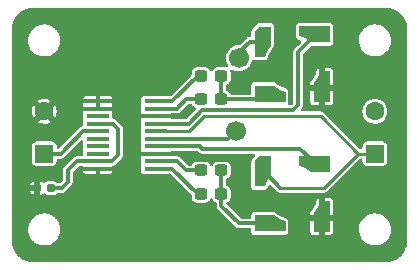
<source format=gtl>
G04 #@! TF.GenerationSoftware,KiCad,Pcbnew,(6.0.7-1)-1*
G04 #@! TF.CreationDate,2024-08-15T11:28:18+03:00*
G04 #@! TF.ProjectId,Induction,496e6475-6374-4696-9f6e-2e6b69636164,rev?*
G04 #@! TF.SameCoordinates,Original*
G04 #@! TF.FileFunction,Copper,L1,Top*
G04 #@! TF.FilePolarity,Positive*
%FSLAX46Y46*%
G04 Gerber Fmt 4.6, Leading zero omitted, Abs format (unit mm)*
G04 Created by KiCad (PCBNEW (6.0.7-1)-1) date 2024-08-15 11:28:18*
%MOMM*%
%LPD*%
G01*
G04 APERTURE LIST*
G04 Aperture macros list*
%AMRoundRect*
0 Rectangle with rounded corners*
0 $1 Rounding radius*
0 $2 $3 $4 $5 $6 $7 $8 $9 X,Y pos of 4 corners*
0 Add a 4 corners polygon primitive as box body*
4,1,4,$2,$3,$4,$5,$6,$7,$8,$9,$2,$3,0*
0 Add four circle primitives for the rounded corners*
1,1,$1+$1,$2,$3*
1,1,$1+$1,$4,$5*
1,1,$1+$1,$6,$7*
1,1,$1+$1,$8,$9*
0 Add four rect primitives between the rounded corners*
20,1,$1+$1,$2,$3,$4,$5,0*
20,1,$1+$1,$4,$5,$6,$7,0*
20,1,$1+$1,$6,$7,$8,$9,0*
20,1,$1+$1,$8,$9,$2,$3,0*%
%AMFreePoly0*
4,1,26,0.700354,1.300354,0.700500,1.300000,0.700500,-0.311000,0.700435,-0.311157,0.700389,-0.311314,0.562405,-0.482294,0.452424,-0.644266,0.351443,-0.825234,0.279467,-0.986179,0.182478,-1.270146,0.174483,-1.300129,0.174404,-1.300232,0.174354,-1.300354,0.174292,-1.300380,0.174251,-1.300433,0.174121,-1.300450,0.174000,-1.300500,-0.700000,-1.300500,-0.700354,-1.300354,-0.700500,-1.300000,
-0.700501,0.900000,-0.700354,0.900354,-0.300354,1.300354,-0.300000,1.300500,0.700000,1.300500,0.700354,1.300354,0.700354,1.300354,$1*%
%AMFreePoly1*
4,1,25,1.200354,0.700354,1.200500,0.700000,1.200500,-0.700000,1.200354,-0.700354,1.200000,-0.700500,-0.412000,-0.700500,-0.412151,-0.700438,-0.412315,-0.700389,-0.581300,-0.563401,-0.684277,-0.490417,-0.848238,-0.391440,-1.106183,-0.268466,-1.343136,-0.188482,-1.400103,-0.176489,-1.400219,-0.176410,-1.400354,-0.176354,-1.400375,-0.176303,-1.400419,-0.176273,-1.400445,-0.176133,-1.400500,-0.176000,
-1.400500,0.700000,-1.400354,0.700354,-1.400000,0.700500,1.200000,0.700500,1.200354,0.700354,1.200354,0.700354,$1*%
%AMFreePoly2*
4,1,25,0.700354,1.400354,0.700500,1.400000,0.700500,-1.200000,0.700354,-1.200354,0.700000,-1.200500,-0.700000,-1.200500,-0.700354,-1.200354,-0.700500,-1.200000,-0.700500,0.411000,-0.700433,0.411163,-0.700379,0.411326,-0.633390,0.489314,-0.554410,0.592286,-0.412438,0.810244,-0.281460,1.079199,-0.199476,1.311153,-0.174481,1.400136,-0.174403,1.400236,-0.174354,1.400354,-0.174289,1.400381,
-0.174245,1.400437,-0.174116,1.400452,-0.174000,1.400500,0.700000,1.400500,0.700354,1.400354,0.700354,1.400354,$1*%
%AMFreePoly3*
4,1,25,0.411154,0.700437,0.411314,0.700389,0.582297,0.562403,0.699262,0.481427,0.877222,0.376449,1.101189,0.272463,1.287154,0.206476,1.400132,0.175482,1.400233,0.175404,1.400354,0.175354,1.400380,0.175290,1.400435,0.175248,1.400451,0.175119,1.400500,0.175000,1.400500,-0.700000,1.400354,-0.700354,1.400000,-0.700500,-1.200000,-0.700500,-1.200354,-0.700354,-1.200500,-0.700000,
-1.200500,0.700000,-1.200354,0.700354,-1.200000,0.700500,0.411000,0.700500,0.411154,0.700437,0.411154,0.700437,$1*%
G04 Aperture macros list end*
G04 #@! TA.AperFunction,SMDPad,CuDef*
%ADD10RoundRect,0.237500X0.300000X0.237500X-0.300000X0.237500X-0.300000X-0.237500X0.300000X-0.237500X0*%
G04 #@! TD*
G04 #@! TA.AperFunction,SMDPad,CuDef*
%ADD11R,1.981200X0.355600*%
G04 #@! TD*
G04 #@! TA.AperFunction,SMDPad,CuDef*
%ADD12RoundRect,0.155000X-0.212500X-0.155000X0.212500X-0.155000X0.212500X0.155000X-0.212500X0.155000X0*%
G04 #@! TD*
G04 #@! TA.AperFunction,ComponentPad*
%ADD13RoundRect,0.250000X0.550000X-0.550000X0.550000X0.550000X-0.550000X0.550000X-0.550000X-0.550000X0*%
G04 #@! TD*
G04 #@! TA.AperFunction,ComponentPad*
%ADD14C,1.600000*%
G04 #@! TD*
G04 #@! TA.AperFunction,SMDPad,CuDef*
%ADD15FreePoly0,0.000000*%
G04 #@! TD*
G04 #@! TA.AperFunction,SMDPad,CuDef*
%ADD16FreePoly1,0.000000*%
G04 #@! TD*
G04 #@! TA.AperFunction,SMDPad,CuDef*
%ADD17FreePoly2,0.000000*%
G04 #@! TD*
G04 #@! TA.AperFunction,SMDPad,CuDef*
%ADD18FreePoly3,0.000000*%
G04 #@! TD*
G04 #@! TA.AperFunction,ViaPad*
%ADD19C,1.700000*%
G04 #@! TD*
G04 #@! TA.AperFunction,Conductor*
%ADD20C,0.300000*%
G04 #@! TD*
G04 #@! TA.AperFunction,Conductor*
%ADD21C,0.250000*%
G04 #@! TD*
G04 APERTURE END LIST*
D10*
X158000000Y-66000000D03*
X156275000Y-66000000D03*
X158000000Y-68000000D03*
X156275000Y-68000000D03*
X158000000Y-76000000D03*
X156275000Y-76000000D03*
D11*
X147536200Y-68142500D03*
X147536200Y-68777500D03*
X147536200Y-69412500D03*
X147536200Y-70047500D03*
X147536200Y-70682500D03*
X147536200Y-71317500D03*
X147536200Y-71952500D03*
X147536200Y-72587500D03*
X147536200Y-73222500D03*
X147536200Y-73857500D03*
X152463800Y-73857500D03*
X152463800Y-73222500D03*
X152463800Y-72587500D03*
X152463800Y-71952500D03*
X152463800Y-71317500D03*
X152463800Y-70682500D03*
X152463800Y-70047500D03*
X152463800Y-69412500D03*
X152463800Y-68777500D03*
X152463800Y-68142500D03*
D12*
X142432500Y-75500000D03*
X143567500Y-75500000D03*
D13*
X171000000Y-72600000D03*
D14*
X171000000Y-69000000D03*
D10*
X158000000Y-74000000D03*
X156275000Y-74000000D03*
D15*
X161500000Y-74100000D03*
D16*
X166000000Y-73500000D03*
D17*
X166500000Y-78000000D03*
D18*
X162000000Y-78500000D03*
D13*
X143000000Y-72600000D03*
D14*
X143000000Y-69000000D03*
D15*
X161500000Y-63100000D03*
D16*
X166000000Y-62500000D03*
D17*
X166500000Y-67000000D03*
D18*
X162000000Y-67500000D03*
D19*
X159500000Y-64500000D03*
X159200000Y-70700000D03*
D20*
X158582500Y-71317500D02*
X159200000Y-70700000D01*
X152463800Y-71317500D02*
X158582500Y-71317500D01*
D21*
X152463800Y-70682500D02*
X155282850Y-70682500D01*
X155282850Y-70682500D02*
X156565350Y-69400000D01*
X156565350Y-69400000D02*
X166400000Y-69400000D01*
X166400000Y-69400000D02*
X169600000Y-72600000D01*
D20*
X152463800Y-70047500D02*
X155246804Y-70047500D01*
X155246804Y-70047500D02*
X156394304Y-68900000D01*
X156394304Y-68900000D02*
X164100000Y-68900000D01*
X164100000Y-68900000D02*
X164500000Y-68500000D01*
X164500000Y-68500000D02*
X164500000Y-64000000D01*
X164500000Y-64000000D02*
X166000000Y-62500000D01*
X158000000Y-68000000D02*
X161500000Y-68000000D01*
X158000000Y-66000000D02*
X158000000Y-68000000D01*
X161500000Y-68000000D02*
X162000000Y-67500000D01*
X156000000Y-66000000D02*
X156275000Y-66000000D01*
X153857500Y-68142500D02*
X156000000Y-66000000D01*
X152463800Y-68142500D02*
X153857500Y-68142500D01*
X155000000Y-68000000D02*
X156275000Y-68000000D01*
X154222500Y-68777500D02*
X155000000Y-68000000D01*
X152463800Y-68777500D02*
X154222500Y-68777500D01*
X159500000Y-78500000D02*
X162000000Y-78500000D01*
X158000000Y-74000000D02*
X158000000Y-76000000D01*
X158000000Y-77000000D02*
X159500000Y-78500000D01*
X158000000Y-76000000D02*
X158000000Y-77000000D01*
X156000000Y-76000000D02*
X156275000Y-76000000D01*
X153857500Y-73857500D02*
X156000000Y-76000000D01*
X152463800Y-73857500D02*
X153857500Y-73857500D01*
X155000000Y-74000000D02*
X156275000Y-74000000D01*
X152463800Y-73222500D02*
X154222500Y-73222500D01*
X154222500Y-73222500D02*
X155000000Y-74000000D01*
X148826800Y-70047500D02*
X149250000Y-70470700D01*
X143567500Y-75500000D02*
X144500000Y-75500000D01*
X145000000Y-75000000D02*
X145000000Y-74000000D01*
X149250000Y-72742100D02*
X148769600Y-73222500D01*
X149250000Y-70470700D02*
X149250000Y-72742100D01*
X147536200Y-70047500D02*
X148826800Y-70047500D01*
X148769600Y-73222500D02*
X147536200Y-73222500D01*
X144500000Y-75500000D02*
X145000000Y-75000000D01*
X145777500Y-73222500D02*
X147536200Y-73222500D01*
X145000000Y-74000000D02*
X145777500Y-73222500D01*
X161600000Y-74100000D02*
X163000000Y-75500000D01*
D21*
X169600000Y-72600000D02*
X171000000Y-72600000D01*
X166700000Y-75500000D02*
X163000000Y-75500000D01*
X169600000Y-72600000D02*
X166700000Y-75500000D01*
D20*
X161500000Y-74100000D02*
X161600000Y-74100000D01*
X159500000Y-64500000D02*
X159500000Y-64000000D01*
X159500000Y-64000000D02*
X160400000Y-63100000D01*
X160400000Y-63100000D02*
X161500000Y-63100000D01*
X143000000Y-72600000D02*
X144400000Y-72600000D01*
X144400000Y-72600000D02*
X146317500Y-70682500D01*
X146317500Y-70682500D02*
X147536200Y-70682500D01*
X156151554Y-71952500D02*
X156380554Y-72181500D01*
X152463800Y-71952500D02*
X156151554Y-71952500D01*
X164681500Y-72181500D02*
X166000000Y-73500000D01*
X156380554Y-72181500D02*
X164681500Y-72181500D01*
G04 #@! TA.AperFunction,Conductor*
G36*
X171987103Y-60256921D02*
G01*
X172000000Y-60259486D01*
X172012172Y-60257065D01*
X172024579Y-60257065D01*
X172024579Y-60257705D01*
X172035358Y-60257029D01*
X172219248Y-60270181D01*
X172239420Y-60271624D01*
X172257214Y-60274182D01*
X172482960Y-60323290D01*
X172500209Y-60328355D01*
X172555356Y-60348923D01*
X172716670Y-60409090D01*
X172733017Y-60416556D01*
X172935782Y-60527275D01*
X172950905Y-60536994D01*
X173135848Y-60675441D01*
X173149434Y-60687214D01*
X173312786Y-60850566D01*
X173324559Y-60864152D01*
X173463006Y-61049095D01*
X173472725Y-61064218D01*
X173583444Y-61266983D01*
X173590910Y-61283330D01*
X173651077Y-61444644D01*
X173671645Y-61499791D01*
X173676710Y-61517040D01*
X173725818Y-61742786D01*
X173728376Y-61760580D01*
X173742747Y-61961505D01*
X173742971Y-61964639D01*
X173742295Y-61975421D01*
X173742935Y-61975421D01*
X173742935Y-61987828D01*
X173740514Y-62000000D01*
X173742935Y-62012170D01*
X173743079Y-62012894D01*
X173745500Y-62037476D01*
X173745500Y-79962524D01*
X173743079Y-79987103D01*
X173740514Y-80000000D01*
X173742935Y-80012172D01*
X173742935Y-80024579D01*
X173742295Y-80024579D01*
X173742971Y-80035358D01*
X173732641Y-80179788D01*
X173728376Y-80239420D01*
X173725818Y-80257214D01*
X173676710Y-80482960D01*
X173671645Y-80500209D01*
X173590910Y-80716670D01*
X173583444Y-80733017D01*
X173472725Y-80935782D01*
X173463006Y-80950905D01*
X173324559Y-81135848D01*
X173312786Y-81149434D01*
X173149434Y-81312786D01*
X173135848Y-81324559D01*
X172950905Y-81463006D01*
X172935782Y-81472725D01*
X172733017Y-81583444D01*
X172716670Y-81590910D01*
X172555356Y-81651077D01*
X172500209Y-81671645D01*
X172482960Y-81676710D01*
X172257214Y-81725818D01*
X172239420Y-81728376D01*
X172219248Y-81729819D01*
X172035358Y-81742971D01*
X172024579Y-81742295D01*
X172024579Y-81742935D01*
X172012172Y-81742935D01*
X172000000Y-81740514D01*
X171987103Y-81743079D01*
X171962524Y-81745500D01*
X142037476Y-81745500D01*
X142012897Y-81743079D01*
X142000000Y-81740514D01*
X141987828Y-81742935D01*
X141975421Y-81742935D01*
X141975421Y-81742295D01*
X141964642Y-81742971D01*
X141780752Y-81729819D01*
X141760580Y-81728376D01*
X141742786Y-81725818D01*
X141517040Y-81676710D01*
X141499791Y-81671645D01*
X141444644Y-81651077D01*
X141283330Y-81590910D01*
X141266983Y-81583444D01*
X141064218Y-81472725D01*
X141049095Y-81463006D01*
X140864152Y-81324559D01*
X140850566Y-81312786D01*
X140687214Y-81149434D01*
X140675441Y-81135848D01*
X140536994Y-80950905D01*
X140527275Y-80935782D01*
X140416556Y-80733017D01*
X140409090Y-80716670D01*
X140328355Y-80500209D01*
X140323290Y-80482960D01*
X140274182Y-80257214D01*
X140271624Y-80239420D01*
X140267359Y-80179788D01*
X140257029Y-80035358D01*
X140257705Y-80024579D01*
X140257065Y-80024579D01*
X140257065Y-80012172D01*
X140259486Y-80000000D01*
X140256921Y-79987103D01*
X140254500Y-79962524D01*
X140254500Y-78935964D01*
X141642112Y-78935964D01*
X141642312Y-78941292D01*
X141642312Y-78941294D01*
X141644464Y-78998599D01*
X141643705Y-78998628D01*
X141644034Y-79000016D01*
X141644340Y-78999989D01*
X141644374Y-79000377D01*
X141644465Y-79001838D01*
X141644523Y-79002085D01*
X141644648Y-79003507D01*
X141650736Y-79165669D01*
X141651831Y-79170888D01*
X141664628Y-79231879D01*
X141663861Y-79232040D01*
X141664841Y-79234316D01*
X141664937Y-79235408D01*
X141666361Y-79240722D01*
X141666464Y-79241307D01*
X141667635Y-79246210D01*
X141697939Y-79390637D01*
X141718071Y-79441615D01*
X141723975Y-79456566D01*
X141724724Y-79458541D01*
X141726097Y-79463663D01*
X141728422Y-79468649D01*
X141728423Y-79468651D01*
X141728947Y-79469775D01*
X141731934Y-79476717D01*
X141782372Y-79604436D01*
X141819273Y-79665246D01*
X141820811Y-79668126D01*
X141820890Y-79668080D01*
X141823639Y-79672841D01*
X141825965Y-79677829D01*
X141829122Y-79682337D01*
X141829124Y-79682341D01*
X141830674Y-79684555D01*
X141835181Y-79691462D01*
X141850279Y-79716342D01*
X141901621Y-79800952D01*
X141905116Y-79804979D01*
X141905117Y-79804981D01*
X141951993Y-79859000D01*
X141955555Y-79863563D01*
X141958347Y-79866890D01*
X141961505Y-79871401D01*
X141967791Y-79877687D01*
X141973861Y-79884201D01*
X142052276Y-79974566D01*
X142056407Y-79977953D01*
X142116309Y-80027070D01*
X142123574Y-80033652D01*
X142124706Y-80034602D01*
X142128599Y-80038495D01*
X142133103Y-80041649D01*
X142133108Y-80041653D01*
X142135936Y-80043633D01*
X142143554Y-80049410D01*
X142225901Y-80116931D01*
X142225907Y-80116935D01*
X142230029Y-80120315D01*
X142234668Y-80122955D01*
X142234667Y-80122955D01*
X142307355Y-80164331D01*
X142317296Y-80170622D01*
X142317660Y-80170877D01*
X142317667Y-80170881D01*
X142322171Y-80174035D01*
X142327155Y-80176359D01*
X142327160Y-80176362D01*
X142329875Y-80177628D01*
X142338952Y-80182318D01*
X142383061Y-80207426D01*
X142429798Y-80234030D01*
X142493668Y-80257214D01*
X142519498Y-80266590D01*
X142529753Y-80270833D01*
X142531348Y-80271577D01*
X142531350Y-80271578D01*
X142536337Y-80273903D01*
X142541653Y-80275327D01*
X142541655Y-80275328D01*
X142542719Y-80275613D01*
X142543702Y-80275876D01*
X142554081Y-80279143D01*
X142645871Y-80312461D01*
X142746443Y-80330648D01*
X142756616Y-80332926D01*
X142764592Y-80335063D01*
X142770990Y-80335623D01*
X142782412Y-80337152D01*
X142872069Y-80353364D01*
X142876208Y-80353559D01*
X142876215Y-80353560D01*
X142894670Y-80354430D01*
X142894677Y-80354430D01*
X142896158Y-80354500D01*
X143057712Y-80354500D01*
X143137444Y-80347735D01*
X143223733Y-80340413D01*
X143223737Y-80340412D01*
X143229044Y-80339962D01*
X143234199Y-80338624D01*
X143234205Y-80338623D01*
X143446368Y-80283556D01*
X143446367Y-80283556D01*
X143451539Y-80282214D01*
X143598412Y-80216052D01*
X143656262Y-80189993D01*
X143656265Y-80189992D01*
X143661123Y-80187803D01*
X143851803Y-80059430D01*
X143878826Y-80033652D01*
X144014271Y-79904443D01*
X144018128Y-79900764D01*
X144155342Y-79716342D01*
X144171504Y-79684555D01*
X144257102Y-79516194D01*
X144257102Y-79516193D01*
X144259520Y-79511438D01*
X144323778Y-79304495D01*
X144326103Y-79297006D01*
X144327685Y-79291911D01*
X144338254Y-79212171D01*
X144357188Y-79069319D01*
X144357188Y-79069316D01*
X144357888Y-79064036D01*
X144355536Y-79001401D01*
X144356295Y-79001372D01*
X144355966Y-78999984D01*
X144355660Y-79000011D01*
X144355626Y-78999623D01*
X144355535Y-78998162D01*
X144355477Y-78997915D01*
X144355352Y-78996493D01*
X144349264Y-78834331D01*
X144347163Y-78824315D01*
X144335372Y-78768121D01*
X144336139Y-78767960D01*
X144335159Y-78765684D01*
X144335063Y-78764592D01*
X144333639Y-78759278D01*
X144333536Y-78758693D01*
X144332362Y-78753778D01*
X144323886Y-78713378D01*
X144302061Y-78609363D01*
X144276025Y-78543434D01*
X144275276Y-78541459D01*
X144273903Y-78536337D01*
X144271053Y-78530225D01*
X144268066Y-78523283D01*
X144217628Y-78395564D01*
X144180727Y-78334754D01*
X144179189Y-78331874D01*
X144179110Y-78331920D01*
X144176361Y-78327159D01*
X144174035Y-78322171D01*
X144170876Y-78317659D01*
X144169326Y-78315445D01*
X144164819Y-78308538D01*
X144101147Y-78203609D01*
X144101145Y-78203606D01*
X144098379Y-78199048D01*
X144094776Y-78194896D01*
X144048007Y-78141000D01*
X144044445Y-78136437D01*
X144041653Y-78133110D01*
X144038495Y-78128599D01*
X144032209Y-78122313D01*
X144026139Y-78115799D01*
X143951224Y-78029467D01*
X143951222Y-78029465D01*
X143947724Y-78025434D01*
X143883692Y-77972930D01*
X143876426Y-77966348D01*
X143875294Y-77965398D01*
X143871401Y-77961505D01*
X143866897Y-77958351D01*
X143866892Y-77958347D01*
X143864064Y-77956367D01*
X143856446Y-77950590D01*
X143774099Y-77883069D01*
X143774093Y-77883065D01*
X143769971Y-77879685D01*
X143692645Y-77835669D01*
X143682704Y-77829378D01*
X143682340Y-77829123D01*
X143682333Y-77829119D01*
X143677829Y-77825965D01*
X143672845Y-77823641D01*
X143672840Y-77823638D01*
X143670125Y-77822372D01*
X143661048Y-77817682D01*
X143608603Y-77787829D01*
X143570202Y-77765970D01*
X143480502Y-77733410D01*
X143470247Y-77729167D01*
X143468652Y-77728423D01*
X143468650Y-77728422D01*
X143463663Y-77726097D01*
X143458347Y-77724673D01*
X143458345Y-77724672D01*
X143457281Y-77724387D01*
X143456298Y-77724124D01*
X143445919Y-77720857D01*
X143354129Y-77687539D01*
X143253557Y-77669352D01*
X143243384Y-77667074D01*
X143235408Y-77664937D01*
X143229010Y-77664377D01*
X143217588Y-77662848D01*
X143127931Y-77646636D01*
X143123792Y-77646441D01*
X143123785Y-77646440D01*
X143105330Y-77645570D01*
X143105323Y-77645570D01*
X143103842Y-77645500D01*
X142942288Y-77645500D01*
X142862556Y-77652265D01*
X142776267Y-77659587D01*
X142776263Y-77659588D01*
X142770956Y-77660038D01*
X142765801Y-77661376D01*
X142765795Y-77661377D01*
X142593058Y-77706211D01*
X142548461Y-77717786D01*
X142441497Y-77765970D01*
X142343738Y-77810007D01*
X142343735Y-77810008D01*
X142338877Y-77812197D01*
X142148197Y-77940570D01*
X142144340Y-77944249D01*
X142144338Y-77944251D01*
X142075610Y-78009814D01*
X141981872Y-78099236D01*
X141844658Y-78283658D01*
X141842242Y-78288409D01*
X141842240Y-78288413D01*
X141742898Y-78483806D01*
X141740480Y-78488562D01*
X141672315Y-78708089D01*
X141642112Y-78935964D01*
X140254500Y-78935964D01*
X140254500Y-75772345D01*
X141824487Y-75772345D01*
X141824618Y-75773171D01*
X141830670Y-75791797D01*
X141880488Y-75889568D01*
X141891999Y-75905412D01*
X141969588Y-75983001D01*
X141985432Y-75994512D01*
X142083203Y-76044330D01*
X142101830Y-76050382D01*
X142160606Y-76059691D01*
X142174288Y-76057923D01*
X142178500Y-76043949D01*
X142178500Y-75772115D01*
X142174025Y-75756876D01*
X142172635Y-75755671D01*
X142164952Y-75754000D01*
X141839697Y-75754000D01*
X141826461Y-75757887D01*
X141824487Y-75772345D01*
X140254500Y-75772345D01*
X140254500Y-75228106D01*
X141824416Y-75228106D01*
X141826184Y-75241788D01*
X141840158Y-75246000D01*
X142160385Y-75246000D01*
X142175624Y-75241525D01*
X142176829Y-75240135D01*
X142178500Y-75232452D01*
X142178500Y-74955590D01*
X142174613Y-74942354D01*
X142160155Y-74940380D01*
X142101830Y-74949618D01*
X142083203Y-74955670D01*
X141985432Y-75005488D01*
X141969588Y-75016999D01*
X141891999Y-75094588D01*
X141880488Y-75110432D01*
X141830670Y-75208203D01*
X141824618Y-75226829D01*
X141824416Y-75228106D01*
X140254500Y-75228106D01*
X140254500Y-73197756D01*
X141945500Y-73197756D01*
X141952202Y-73259448D01*
X141954974Y-73266841D01*
X141954974Y-73266843D01*
X141958795Y-73277036D01*
X142002929Y-73394764D01*
X142008309Y-73401943D01*
X142008311Y-73401946D01*
X142072377Y-73487428D01*
X142089596Y-73510404D01*
X142096776Y-73515785D01*
X142198054Y-73591689D01*
X142198057Y-73591691D01*
X142205236Y-73597071D01*
X142292752Y-73629879D01*
X142333157Y-73645026D01*
X142333159Y-73645026D01*
X142340552Y-73647798D01*
X142348402Y-73648651D01*
X142348403Y-73648651D01*
X142398847Y-73654131D01*
X142402244Y-73654500D01*
X143597756Y-73654500D01*
X143601153Y-73654131D01*
X143651597Y-73648651D01*
X143651598Y-73648651D01*
X143659448Y-73647798D01*
X143666841Y-73645026D01*
X143666843Y-73645026D01*
X143707248Y-73629879D01*
X143794764Y-73597071D01*
X143801943Y-73591691D01*
X143801946Y-73591689D01*
X143903224Y-73515785D01*
X143910404Y-73510404D01*
X143927623Y-73487428D01*
X143991689Y-73401946D01*
X143991691Y-73401943D01*
X143997071Y-73394764D01*
X144041205Y-73277036D01*
X144045026Y-73266843D01*
X144045026Y-73266841D01*
X144047798Y-73259448D01*
X144054500Y-73197756D01*
X144054500Y-73130500D01*
X144074502Y-73062379D01*
X144128158Y-73015886D01*
X144180500Y-73004500D01*
X144464066Y-73004500D01*
X144473498Y-73001435D01*
X144473500Y-73001435D01*
X144485287Y-72997605D01*
X144504513Y-72992989D01*
X144516762Y-72991049D01*
X144526555Y-72989498D01*
X144546439Y-72979366D01*
X144564705Y-72971801D01*
X144576496Y-72967970D01*
X144585929Y-72964905D01*
X144603989Y-72951784D01*
X144620846Y-72941454D01*
X144640723Y-72931326D01*
X144663511Y-72908538D01*
X144663515Y-72908535D01*
X146084693Y-71487356D01*
X146147005Y-71453331D01*
X146217820Y-71458395D01*
X146274656Y-71500942D01*
X146297367Y-71551871D01*
X146305866Y-71594601D01*
X146306132Y-71594999D01*
X146312836Y-71657374D01*
X146308859Y-71670920D01*
X146305866Y-71675399D01*
X146303445Y-71687568D01*
X146303445Y-71687569D01*
X146292516Y-71742514D01*
X146291100Y-71749633D01*
X146291101Y-72155366D01*
X146305866Y-72229601D01*
X146306132Y-72229999D01*
X146312836Y-72292374D01*
X146308859Y-72305920D01*
X146305866Y-72310399D01*
X146303445Y-72322568D01*
X146303445Y-72322569D01*
X146295581Y-72362104D01*
X146291100Y-72384633D01*
X146291101Y-72586000D01*
X146291101Y-72692000D01*
X146271099Y-72760120D01*
X146217444Y-72806613D01*
X146165101Y-72818000D01*
X145713434Y-72818000D01*
X145704002Y-72821065D01*
X145704000Y-72821065D01*
X145692213Y-72824895D01*
X145672987Y-72829511D01*
X145650945Y-72833002D01*
X145631062Y-72843133D01*
X145612796Y-72850699D01*
X145591571Y-72857595D01*
X145583547Y-72863425D01*
X145573511Y-72870716D01*
X145556656Y-72881045D01*
X145536777Y-72891174D01*
X145513989Y-72913962D01*
X145513985Y-72913965D01*
X144691465Y-73736485D01*
X144691462Y-73736489D01*
X144668674Y-73759277D01*
X144660560Y-73775201D01*
X144658546Y-73779154D01*
X144648216Y-73796011D01*
X144635095Y-73814071D01*
X144632030Y-73823504D01*
X144628199Y-73835295D01*
X144620634Y-73853561D01*
X144610502Y-73873445D01*
X144608951Y-73883238D01*
X144607011Y-73895487D01*
X144602395Y-73914713D01*
X144600329Y-73921073D01*
X144595500Y-73935934D01*
X144595500Y-74780260D01*
X144575498Y-74848381D01*
X144558595Y-74869355D01*
X144369355Y-75058595D01*
X144307043Y-75092621D01*
X144280260Y-75095500D01*
X144161810Y-75095500D01*
X144093689Y-75075498D01*
X144072715Y-75058595D01*
X144023698Y-75009578D01*
X143908120Y-74950688D01*
X143898331Y-74949138D01*
X143898329Y-74949137D01*
X143870079Y-74944663D01*
X143812226Y-74935500D01*
X143322774Y-74935500D01*
X143264921Y-74944663D01*
X143236671Y-74949137D01*
X143236669Y-74949138D01*
X143226880Y-74950688D01*
X143111302Y-75009578D01*
X143088742Y-75032138D01*
X143026433Y-75066164D01*
X142955617Y-75061101D01*
X142910552Y-75032139D01*
X142895412Y-75016999D01*
X142879568Y-75005488D01*
X142781797Y-74955670D01*
X142763170Y-74949618D01*
X142704394Y-74940309D01*
X142690712Y-74942077D01*
X142686500Y-74956051D01*
X142686500Y-76044410D01*
X142690387Y-76057646D01*
X142704845Y-76059620D01*
X142763170Y-76050382D01*
X142781797Y-76044330D01*
X142879568Y-75994512D01*
X142895414Y-75983000D01*
X142910554Y-75967860D01*
X142972867Y-75933836D01*
X143043682Y-75938902D01*
X143088742Y-75967862D01*
X143111302Y-75990422D01*
X143226880Y-76049312D01*
X143236669Y-76050862D01*
X143236671Y-76050863D01*
X143263102Y-76055049D01*
X143322774Y-76064500D01*
X143812226Y-76064500D01*
X143871898Y-76055049D01*
X143898329Y-76050863D01*
X143898331Y-76050862D01*
X143908120Y-76049312D01*
X144023698Y-75990422D01*
X144072715Y-75941405D01*
X144135027Y-75907379D01*
X144161810Y-75904500D01*
X144564066Y-75904500D01*
X144573498Y-75901435D01*
X144573500Y-75901435D01*
X144585287Y-75897605D01*
X144604513Y-75892989D01*
X144616762Y-75891049D01*
X144626555Y-75889498D01*
X144646439Y-75879366D01*
X144664705Y-75871801D01*
X144676496Y-75867970D01*
X144685929Y-75864905D01*
X144703989Y-75851784D01*
X144720846Y-75841454D01*
X144729648Y-75836969D01*
X144740723Y-75831326D01*
X144763511Y-75808538D01*
X144763515Y-75808535D01*
X145308535Y-75263515D01*
X145308538Y-75263511D01*
X145331326Y-75240723D01*
X145341455Y-75220844D01*
X145351784Y-75203989D01*
X145359075Y-75193953D01*
X145364905Y-75185929D01*
X145371801Y-75164704D01*
X145379367Y-75146438D01*
X145384997Y-75135388D01*
X145389498Y-75126555D01*
X145392989Y-75104513D01*
X145397605Y-75085287D01*
X145401435Y-75073500D01*
X145401435Y-75073498D01*
X145404500Y-75064066D01*
X145404500Y-74219740D01*
X145424502Y-74151619D01*
X145441405Y-74130645D01*
X145517922Y-74054128D01*
X146291601Y-74054128D01*
X146292809Y-74066388D01*
X146303915Y-74122231D01*
X146313233Y-74144727D01*
X146355583Y-74208108D01*
X146372792Y-74225317D01*
X146436175Y-74267668D01*
X146458666Y-74276984D01*
X146514515Y-74288093D01*
X146526770Y-74289300D01*
X147340285Y-74289300D01*
X147355524Y-74284825D01*
X147356729Y-74283435D01*
X147358400Y-74275752D01*
X147358400Y-74271184D01*
X147714000Y-74271184D01*
X147718475Y-74286423D01*
X147719865Y-74287628D01*
X147727548Y-74289299D01*
X148545628Y-74289299D01*
X148557888Y-74288091D01*
X148613731Y-74276985D01*
X148636227Y-74267667D01*
X148699608Y-74225317D01*
X148716817Y-74208108D01*
X148759168Y-74144725D01*
X148768484Y-74122234D01*
X148779593Y-74066385D01*
X148780800Y-74054130D01*
X148780800Y-74053415D01*
X148776325Y-74038176D01*
X148774935Y-74036971D01*
X148767252Y-74035300D01*
X147732115Y-74035300D01*
X147716876Y-74039775D01*
X147715671Y-74041165D01*
X147714000Y-74048848D01*
X147714000Y-74271184D01*
X147358400Y-74271184D01*
X147358400Y-74053415D01*
X147353925Y-74038176D01*
X147352535Y-74036971D01*
X147344852Y-74035300D01*
X146309716Y-74035300D01*
X146294477Y-74039775D01*
X146293272Y-74041165D01*
X146291601Y-74048848D01*
X146291601Y-74054128D01*
X145517922Y-74054128D01*
X145908145Y-73663905D01*
X145970457Y-73629879D01*
X145997240Y-73627000D01*
X146191579Y-73627000D01*
X146259700Y-73647002D01*
X146274091Y-73657775D01*
X146297465Y-73678029D01*
X146305148Y-73679700D01*
X148762684Y-73679700D01*
X148777923Y-73675225D01*
X148791288Y-73659801D01*
X148799083Y-73654633D01*
X151218700Y-73654633D01*
X151218701Y-74060366D01*
X151225812Y-74096118D01*
X151231006Y-74122231D01*
X151233466Y-74134601D01*
X151289716Y-74218784D01*
X151373899Y-74275034D01*
X151448133Y-74289800D01*
X152463635Y-74289800D01*
X153479466Y-74289799D01*
X153553701Y-74275034D01*
X153560197Y-74270693D01*
X153603904Y-74262000D01*
X153637760Y-74262000D01*
X153705881Y-74282002D01*
X153726855Y-74298905D01*
X155446095Y-76018144D01*
X155480120Y-76080456D01*
X155483000Y-76107239D01*
X155483000Y-76284070D01*
X155489536Y-76344236D01*
X155501011Y-76374846D01*
X155527529Y-76445581D01*
X155539007Y-76476199D01*
X155623526Y-76588974D01*
X155736301Y-76673493D01*
X155744702Y-76676643D01*
X155744705Y-76676644D01*
X155788730Y-76693148D01*
X155868264Y-76722964D01*
X155928430Y-76729500D01*
X156621570Y-76729500D01*
X156681736Y-76722964D01*
X156761270Y-76693148D01*
X156805295Y-76676644D01*
X156805298Y-76676643D01*
X156813699Y-76673493D01*
X156926474Y-76588974D01*
X157010993Y-76476199D01*
X157019518Y-76453459D01*
X157062160Y-76396694D01*
X157128722Y-76371995D01*
X157198071Y-76387203D01*
X157248189Y-76437489D01*
X157255482Y-76453459D01*
X157264007Y-76476199D01*
X157348526Y-76588974D01*
X157461301Y-76673493D01*
X157469702Y-76676643D01*
X157469705Y-76676644D01*
X157513730Y-76693148D01*
X157570494Y-76735790D01*
X157595194Y-76802352D01*
X157595500Y-76811130D01*
X157595500Y-77064066D01*
X157598565Y-77073498D01*
X157598565Y-77073500D01*
X157602395Y-77085287D01*
X157607011Y-77104513D01*
X157610502Y-77126555D01*
X157615003Y-77135388D01*
X157620633Y-77146438D01*
X157628199Y-77164704D01*
X157635095Y-77185929D01*
X157640925Y-77193953D01*
X157648216Y-77203989D01*
X157658545Y-77220844D01*
X157668674Y-77240723D01*
X157691462Y-77263511D01*
X157691465Y-77263515D01*
X159168674Y-78740723D01*
X159259277Y-78831326D01*
X159279164Y-78841459D01*
X159296022Y-78851791D01*
X159314071Y-78864904D01*
X159323506Y-78867969D01*
X159323507Y-78867970D01*
X159335296Y-78871801D01*
X159353560Y-78879366D01*
X159373445Y-78889498D01*
X159394969Y-78892907D01*
X159395493Y-78892990D01*
X159414718Y-78897606D01*
X159424133Y-78900665D01*
X159435934Y-78904499D01*
X159468162Y-78904499D01*
X159468166Y-78904500D01*
X160414014Y-78904500D01*
X160482135Y-78924502D01*
X160528628Y-78978158D01*
X160540014Y-79030500D01*
X160540014Y-79199778D01*
X160539973Y-79199984D01*
X160542394Y-79212159D01*
X160557201Y-79286622D01*
X160559645Y-79298913D01*
X160559576Y-79298941D01*
X160559693Y-79299225D01*
X160559713Y-79299255D01*
X160559719Y-79299286D01*
X160559760Y-79299385D01*
X160559791Y-79299372D01*
X160565042Y-79307234D01*
X160565042Y-79307235D01*
X160609474Y-79373767D01*
X160609476Y-79373769D01*
X160616396Y-79384131D01*
X160626767Y-79391039D01*
X160626768Y-79391040D01*
X160695505Y-79436826D01*
X160695510Y-79436829D01*
X160700660Y-79440259D01*
X160701043Y-79440417D01*
X160773699Y-79454817D01*
X160787829Y-79457618D01*
X160787830Y-79457618D01*
X160799984Y-79460027D01*
X160800190Y-79459986D01*
X163399778Y-79459986D01*
X163399984Y-79460027D01*
X163412159Y-79457606D01*
X163489642Y-79442199D01*
X163489644Y-79442198D01*
X163498913Y-79440355D01*
X163498941Y-79440424D01*
X163499225Y-79440307D01*
X163499255Y-79440287D01*
X163499286Y-79440281D01*
X163499385Y-79440240D01*
X163499372Y-79440209D01*
X163507858Y-79434542D01*
X163573767Y-79390526D01*
X163573769Y-79390524D01*
X163584131Y-79383604D01*
X163591280Y-79372871D01*
X163636826Y-79304495D01*
X163636829Y-79304490D01*
X163640259Y-79299340D01*
X163640417Y-79298957D01*
X163660027Y-79200016D01*
X163659986Y-79199810D01*
X163659986Y-79188840D01*
X165540524Y-79188840D01*
X165542905Y-79199788D01*
X165542904Y-79212159D01*
X165557998Y-79288067D01*
X165563305Y-79300596D01*
X165563512Y-79301755D01*
X165563470Y-79302142D01*
X165565458Y-79306956D01*
X165609835Y-79373405D01*
X165627129Y-79390678D01*
X165695698Y-79436353D01*
X165701296Y-79439335D01*
X165707284Y-79441144D01*
X165787829Y-79457108D01*
X165800139Y-79457103D01*
X165808233Y-79459476D01*
X166227885Y-79459476D01*
X166243124Y-79455001D01*
X166244329Y-79453611D01*
X166246000Y-79445928D01*
X166246000Y-79441361D01*
X166754000Y-79441361D01*
X166758475Y-79456600D01*
X166759865Y-79457805D01*
X166767548Y-79459476D01*
X167188840Y-79459476D01*
X167199788Y-79457095D01*
X167212159Y-79457096D01*
X167288067Y-79442002D01*
X167300596Y-79436695D01*
X167301755Y-79436488D01*
X167302142Y-79436530D01*
X167306956Y-79434542D01*
X167373405Y-79390165D01*
X167390678Y-79372871D01*
X167436353Y-79304302D01*
X167439335Y-79298704D01*
X167441144Y-79292716D01*
X167457108Y-79212171D01*
X167457103Y-79199861D01*
X167459476Y-79191767D01*
X167459476Y-78935964D01*
X169642112Y-78935964D01*
X169642312Y-78941292D01*
X169642312Y-78941294D01*
X169644464Y-78998599D01*
X169643705Y-78998628D01*
X169644034Y-79000016D01*
X169644340Y-78999989D01*
X169644374Y-79000377D01*
X169644465Y-79001838D01*
X169644523Y-79002085D01*
X169644648Y-79003507D01*
X169650736Y-79165669D01*
X169651831Y-79170888D01*
X169664628Y-79231879D01*
X169663861Y-79232040D01*
X169664841Y-79234316D01*
X169664937Y-79235408D01*
X169666361Y-79240722D01*
X169666464Y-79241307D01*
X169667635Y-79246210D01*
X169697939Y-79390637D01*
X169718071Y-79441615D01*
X169723975Y-79456566D01*
X169724724Y-79458541D01*
X169726097Y-79463663D01*
X169728422Y-79468649D01*
X169728423Y-79468651D01*
X169728947Y-79469775D01*
X169731934Y-79476717D01*
X169782372Y-79604436D01*
X169819273Y-79665246D01*
X169820811Y-79668126D01*
X169820890Y-79668080D01*
X169823639Y-79672841D01*
X169825965Y-79677829D01*
X169829122Y-79682337D01*
X169829124Y-79682341D01*
X169830674Y-79684555D01*
X169835181Y-79691462D01*
X169850279Y-79716342D01*
X169901621Y-79800952D01*
X169905116Y-79804979D01*
X169905117Y-79804981D01*
X169951993Y-79859000D01*
X169955555Y-79863563D01*
X169958347Y-79866890D01*
X169961505Y-79871401D01*
X169967791Y-79877687D01*
X169973861Y-79884201D01*
X170052276Y-79974566D01*
X170056407Y-79977953D01*
X170116309Y-80027070D01*
X170123574Y-80033652D01*
X170124706Y-80034602D01*
X170128599Y-80038495D01*
X170133103Y-80041649D01*
X170133108Y-80041653D01*
X170135936Y-80043633D01*
X170143554Y-80049410D01*
X170225901Y-80116931D01*
X170225907Y-80116935D01*
X170230029Y-80120315D01*
X170234668Y-80122955D01*
X170234667Y-80122955D01*
X170307355Y-80164331D01*
X170317296Y-80170622D01*
X170317660Y-80170877D01*
X170317667Y-80170881D01*
X170322171Y-80174035D01*
X170327155Y-80176359D01*
X170327160Y-80176362D01*
X170329875Y-80177628D01*
X170338952Y-80182318D01*
X170383061Y-80207426D01*
X170429798Y-80234030D01*
X170493668Y-80257214D01*
X170519498Y-80266590D01*
X170529753Y-80270833D01*
X170531348Y-80271577D01*
X170531350Y-80271578D01*
X170536337Y-80273903D01*
X170541653Y-80275327D01*
X170541655Y-80275328D01*
X170542719Y-80275613D01*
X170543702Y-80275876D01*
X170554081Y-80279143D01*
X170645871Y-80312461D01*
X170746443Y-80330648D01*
X170756616Y-80332926D01*
X170764592Y-80335063D01*
X170770990Y-80335623D01*
X170782412Y-80337152D01*
X170872069Y-80353364D01*
X170876208Y-80353559D01*
X170876215Y-80353560D01*
X170894670Y-80354430D01*
X170894677Y-80354430D01*
X170896158Y-80354500D01*
X171057712Y-80354500D01*
X171137444Y-80347735D01*
X171223733Y-80340413D01*
X171223737Y-80340412D01*
X171229044Y-80339962D01*
X171234199Y-80338624D01*
X171234205Y-80338623D01*
X171446368Y-80283556D01*
X171446367Y-80283556D01*
X171451539Y-80282214D01*
X171598412Y-80216052D01*
X171656262Y-80189993D01*
X171656265Y-80189992D01*
X171661123Y-80187803D01*
X171851803Y-80059430D01*
X171878826Y-80033652D01*
X172014271Y-79904443D01*
X172018128Y-79900764D01*
X172155342Y-79716342D01*
X172171504Y-79684555D01*
X172257102Y-79516194D01*
X172257102Y-79516193D01*
X172259520Y-79511438D01*
X172323778Y-79304495D01*
X172326103Y-79297006D01*
X172327685Y-79291911D01*
X172338254Y-79212171D01*
X172357188Y-79069319D01*
X172357188Y-79069316D01*
X172357888Y-79064036D01*
X172355536Y-79001401D01*
X172356295Y-79001372D01*
X172355966Y-78999984D01*
X172355660Y-79000011D01*
X172355626Y-78999623D01*
X172355535Y-78998162D01*
X172355477Y-78997915D01*
X172355352Y-78996493D01*
X172349264Y-78834331D01*
X172347163Y-78824315D01*
X172335372Y-78768121D01*
X172336139Y-78767960D01*
X172335159Y-78765684D01*
X172335063Y-78764592D01*
X172333639Y-78759278D01*
X172333536Y-78758693D01*
X172332362Y-78753778D01*
X172323886Y-78713378D01*
X172302061Y-78609363D01*
X172276025Y-78543434D01*
X172275276Y-78541459D01*
X172273903Y-78536337D01*
X172271053Y-78530225D01*
X172268066Y-78523283D01*
X172217628Y-78395564D01*
X172180727Y-78334754D01*
X172179189Y-78331874D01*
X172179110Y-78331920D01*
X172176361Y-78327159D01*
X172174035Y-78322171D01*
X172170876Y-78317659D01*
X172169326Y-78315445D01*
X172164819Y-78308538D01*
X172101147Y-78203609D01*
X172101145Y-78203606D01*
X172098379Y-78199048D01*
X172094776Y-78194896D01*
X172048007Y-78141000D01*
X172044445Y-78136437D01*
X172041653Y-78133110D01*
X172038495Y-78128599D01*
X172032209Y-78122313D01*
X172026139Y-78115799D01*
X171951224Y-78029467D01*
X171951222Y-78029465D01*
X171947724Y-78025434D01*
X171883692Y-77972930D01*
X171876426Y-77966348D01*
X171875294Y-77965398D01*
X171871401Y-77961505D01*
X171866897Y-77958351D01*
X171866892Y-77958347D01*
X171864064Y-77956367D01*
X171856446Y-77950590D01*
X171774099Y-77883069D01*
X171774093Y-77883065D01*
X171769971Y-77879685D01*
X171692645Y-77835669D01*
X171682704Y-77829378D01*
X171682340Y-77829123D01*
X171682333Y-77829119D01*
X171677829Y-77825965D01*
X171672845Y-77823641D01*
X171672840Y-77823638D01*
X171670125Y-77822372D01*
X171661048Y-77817682D01*
X171608603Y-77787829D01*
X171570202Y-77765970D01*
X171480502Y-77733410D01*
X171470247Y-77729167D01*
X171468652Y-77728423D01*
X171468650Y-77728422D01*
X171463663Y-77726097D01*
X171458347Y-77724673D01*
X171458345Y-77724672D01*
X171457281Y-77724387D01*
X171456298Y-77724124D01*
X171445919Y-77720857D01*
X171354129Y-77687539D01*
X171253557Y-77669352D01*
X171243384Y-77667074D01*
X171235408Y-77664937D01*
X171229010Y-77664377D01*
X171217588Y-77662848D01*
X171127931Y-77646636D01*
X171123792Y-77646441D01*
X171123785Y-77646440D01*
X171105330Y-77645570D01*
X171105323Y-77645570D01*
X171103842Y-77645500D01*
X170942288Y-77645500D01*
X170862556Y-77652265D01*
X170776267Y-77659587D01*
X170776263Y-77659588D01*
X170770956Y-77660038D01*
X170765801Y-77661376D01*
X170765795Y-77661377D01*
X170593058Y-77706211D01*
X170548461Y-77717786D01*
X170441497Y-77765970D01*
X170343738Y-77810007D01*
X170343735Y-77810008D01*
X170338877Y-77812197D01*
X170148197Y-77940570D01*
X170144340Y-77944249D01*
X170144338Y-77944251D01*
X170075610Y-78009814D01*
X169981872Y-78099236D01*
X169844658Y-78283658D01*
X169842242Y-78288409D01*
X169842240Y-78288413D01*
X169742898Y-78483806D01*
X169740480Y-78488562D01*
X169672315Y-78708089D01*
X169642112Y-78935964D01*
X167459476Y-78935964D01*
X167459476Y-78272115D01*
X167455001Y-78256876D01*
X167453611Y-78255671D01*
X167445928Y-78254000D01*
X166772115Y-78254000D01*
X166756876Y-78258475D01*
X166755671Y-78259865D01*
X166754000Y-78267548D01*
X166754000Y-79441361D01*
X166246000Y-79441361D01*
X166246000Y-78272115D01*
X166241525Y-78256876D01*
X166240135Y-78255671D01*
X166232452Y-78254000D01*
X165558639Y-78254000D01*
X165543400Y-78258475D01*
X165542195Y-78259865D01*
X165540524Y-78267548D01*
X165540524Y-79188840D01*
X163659986Y-79188840D01*
X163659986Y-78325171D01*
X163659457Y-78325171D01*
X163659438Y-78324966D01*
X163659986Y-78324966D01*
X163659986Y-78324901D01*
X163658887Y-78319098D01*
X163658336Y-78313229D01*
X163658682Y-78313197D01*
X163657696Y-78303975D01*
X163657577Y-78299312D01*
X163658027Y-78293137D01*
X163658005Y-78292960D01*
X163657417Y-78293033D01*
X163657407Y-78292635D01*
X163657282Y-78292091D01*
X163657886Y-78292014D01*
X163657868Y-78291873D01*
X163655868Y-78285946D01*
X163655866Y-78285939D01*
X163651233Y-78272211D01*
X163646818Y-78255366D01*
X163643116Y-78235821D01*
X163643115Y-78235818D01*
X163642017Y-78230019D01*
X163642006Y-78229991D01*
X163641494Y-78230192D01*
X163641151Y-78229004D01*
X163640278Y-78227349D01*
X163640854Y-78227115D01*
X163640826Y-78227046D01*
X163637356Y-78221806D01*
X163634421Y-78216240D01*
X163634572Y-78216160D01*
X163629128Y-78206717D01*
X163625139Y-78194896D01*
X163616909Y-78185519D01*
X163616907Y-78185516D01*
X163607943Y-78175303D01*
X163597589Y-78161758D01*
X163590959Y-78151747D01*
X163584051Y-78141316D01*
X163573656Y-78134355D01*
X163566985Y-78127650D01*
X163566953Y-78127684D01*
X163562435Y-78123456D01*
X163558350Y-78118802D01*
X163558290Y-78118756D01*
X163557923Y-78119234D01*
X163557359Y-78118706D01*
X163556914Y-78118431D01*
X163557264Y-78117970D01*
X163557239Y-78117951D01*
X163534061Y-78106523D01*
X163519677Y-78098210D01*
X163515630Y-78095500D01*
X163499923Y-78084983D01*
X163499793Y-78084929D01*
X163499565Y-78085478D01*
X163499125Y-78085243D01*
X163499333Y-78084739D01*
X163499171Y-78084672D01*
X163488527Y-78082461D01*
X163476662Y-78078223D01*
X163468610Y-78074254D01*
X163468616Y-78074232D01*
X163455601Y-78070661D01*
X163455596Y-78070659D01*
X163369418Y-78047017D01*
X163360618Y-78044253D01*
X163204999Y-77989034D01*
X163194075Y-77984571D01*
X163003707Y-77896187D01*
X162992748Y-77890429D01*
X162974535Y-77879685D01*
X162899917Y-77835669D01*
X162843168Y-77802193D01*
X162835467Y-77797265D01*
X162741644Y-77732312D01*
X162735726Y-77727885D01*
X165540524Y-77727885D01*
X165544999Y-77743124D01*
X165546389Y-77744329D01*
X165554072Y-77746000D01*
X166227885Y-77746000D01*
X166243124Y-77741525D01*
X166244329Y-77740135D01*
X166246000Y-77732452D01*
X166246000Y-77727885D01*
X166754000Y-77727885D01*
X166758475Y-77743124D01*
X166759865Y-77744329D01*
X166767548Y-77746000D01*
X167441361Y-77746000D01*
X167456600Y-77741525D01*
X167457805Y-77740135D01*
X167459476Y-77732452D01*
X167459476Y-76615489D01*
X167457448Y-76611297D01*
X167457420Y-76611199D01*
X167457487Y-76602042D01*
X167457104Y-76600272D01*
X167457105Y-76599859D01*
X167457513Y-76598483D01*
X167457539Y-76594847D01*
X167457116Y-76591888D01*
X167457121Y-76588236D01*
X167441145Y-76507310D01*
X167439338Y-76501323D01*
X167436316Y-76495662D01*
X167390084Y-76426506D01*
X167372779Y-76409238D01*
X167308308Y-76366339D01*
X167295950Y-76361386D01*
X167294228Y-76360199D01*
X167294129Y-76360077D01*
X167290026Y-76358387D01*
X167212192Y-76342905D01*
X167199820Y-76342906D01*
X167191705Y-76340524D01*
X166772115Y-76340524D01*
X166756876Y-76344999D01*
X166755671Y-76346389D01*
X166754000Y-76354072D01*
X166754000Y-77727885D01*
X166246000Y-77727885D01*
X166246000Y-76374846D01*
X166242027Y-76361315D01*
X166232972Y-76360013D01*
X166224513Y-76363625D01*
X166223565Y-76363796D01*
X166221744Y-76363600D01*
X166219414Y-76364847D01*
X166217667Y-76365919D01*
X166217356Y-76366218D01*
X166216594Y-76366645D01*
X166216418Y-76366685D01*
X166215367Y-76367330D01*
X166189504Y-76381803D01*
X166177029Y-76392477D01*
X166165269Y-76401401D01*
X166152316Y-76410084D01*
X166132073Y-76430415D01*
X166128298Y-76433915D01*
X166122279Y-76440186D01*
X166118839Y-76445581D01*
X166108409Y-76466055D01*
X166101104Y-76478561D01*
X166089493Y-76496047D01*
X166086457Y-76501765D01*
X166083688Y-76510913D01*
X166080348Y-76520528D01*
X166074954Y-76534242D01*
X166054626Y-76606605D01*
X166052119Y-76614517D01*
X165981653Y-76813890D01*
X165976136Y-76827069D01*
X165865210Y-77054845D01*
X165857506Y-77068449D01*
X165736667Y-77253962D01*
X165731069Y-77261874D01*
X165667615Y-77344605D01*
X165663216Y-77350022D01*
X165615052Y-77406093D01*
X165612378Y-77412017D01*
X165599224Y-77427330D01*
X165586649Y-77449594D01*
X165581941Y-77457274D01*
X165566014Y-77481286D01*
X165561163Y-77493304D01*
X165560787Y-77493842D01*
X165559111Y-77495184D01*
X165558576Y-77496628D01*
X165558670Y-77497302D01*
X165558658Y-77497732D01*
X165552277Y-77517416D01*
X165548963Y-77544805D01*
X165547428Y-77554383D01*
X165541745Y-77582797D01*
X165540524Y-77595128D01*
X165540524Y-77727885D01*
X162735726Y-77727885D01*
X162734233Y-77726768D01*
X162577803Y-77600526D01*
X162577799Y-77600523D01*
X162574376Y-77597761D01*
X162574101Y-77598102D01*
X162573003Y-77597382D01*
X162573357Y-77596940D01*
X162573337Y-77596924D01*
X162544705Y-77581832D01*
X162533596Y-77575227D01*
X162515530Y-77563190D01*
X162515526Y-77563188D01*
X162510374Y-77559755D01*
X162510248Y-77559703D01*
X162510021Y-77560254D01*
X162509230Y-77559833D01*
X162508521Y-77559622D01*
X162508739Y-77559085D01*
X162508670Y-77559057D01*
X162503091Y-77557968D01*
X162491980Y-77554042D01*
X162486789Y-77551306D01*
X162486720Y-77551285D01*
X162486556Y-77551823D01*
X162486005Y-77551596D01*
X162484937Y-77551391D01*
X162485113Y-77550801D01*
X162484982Y-77550762D01*
X162456473Y-77548193D01*
X162443681Y-77546373D01*
X162411099Y-77540014D01*
X162411073Y-77540014D01*
X162411073Y-77540599D01*
X162410871Y-77540579D01*
X162410871Y-77540014D01*
X160800222Y-77540014D01*
X160800016Y-77539973D01*
X160787841Y-77542394D01*
X160710358Y-77557801D01*
X160710356Y-77557802D01*
X160701087Y-77559645D01*
X160701059Y-77559576D01*
X160700775Y-77559693D01*
X160700745Y-77559713D01*
X160700714Y-77559719D01*
X160700615Y-77559760D01*
X160700628Y-77559791D01*
X160692766Y-77565042D01*
X160692765Y-77565042D01*
X160626233Y-77609474D01*
X160626231Y-77609476D01*
X160615869Y-77616396D01*
X160608961Y-77626767D01*
X160608960Y-77626768D01*
X160563174Y-77695505D01*
X160563171Y-77695510D01*
X160559741Y-77700660D01*
X160559583Y-77701043D01*
X160539973Y-77799984D01*
X160540014Y-77800190D01*
X160540014Y-77969500D01*
X160520012Y-78037621D01*
X160466356Y-78084114D01*
X160414014Y-78095500D01*
X159719739Y-78095500D01*
X159651618Y-78075498D01*
X159630644Y-78058595D01*
X158463858Y-76891808D01*
X158429832Y-76829496D01*
X158434897Y-76758680D01*
X158477444Y-76701845D01*
X158508722Y-76684732D01*
X158530291Y-76676646D01*
X158530297Y-76676643D01*
X158538699Y-76673493D01*
X158651474Y-76588974D01*
X158735993Y-76476199D01*
X158747472Y-76445581D01*
X158773989Y-76374846D01*
X158785464Y-76344236D01*
X158792000Y-76284070D01*
X158792000Y-75715930D01*
X158785464Y-75655764D01*
X158763700Y-75597709D01*
X158739144Y-75532205D01*
X158739143Y-75532202D01*
X158735993Y-75523801D01*
X158651474Y-75411026D01*
X158538699Y-75326507D01*
X158530298Y-75323357D01*
X158530295Y-75323356D01*
X158486270Y-75306852D01*
X158429506Y-75264210D01*
X158404806Y-75197648D01*
X158404500Y-75188870D01*
X158404500Y-74811130D01*
X158424502Y-74743009D01*
X158478158Y-74696516D01*
X158486270Y-74693148D01*
X158530295Y-74676644D01*
X158530298Y-74676643D01*
X158538699Y-74673493D01*
X158651474Y-74588974D01*
X158735993Y-74476199D01*
X158742363Y-74459209D01*
X158769356Y-74387203D01*
X158785464Y-74344236D01*
X158791563Y-74288091D01*
X158791631Y-74287467D01*
X158792000Y-74284070D01*
X158792000Y-73715930D01*
X158785464Y-73655764D01*
X158764642Y-73600221D01*
X158739144Y-73532205D01*
X158739143Y-73532202D01*
X158735993Y-73523801D01*
X158651474Y-73411026D01*
X158538699Y-73326507D01*
X158530298Y-73323357D01*
X158530295Y-73323356D01*
X158451887Y-73293963D01*
X158406736Y-73277036D01*
X158346570Y-73270500D01*
X157653430Y-73270500D01*
X157593264Y-73277036D01*
X157548113Y-73293963D01*
X157469705Y-73323356D01*
X157469702Y-73323357D01*
X157461301Y-73326507D01*
X157348526Y-73411026D01*
X157264007Y-73523801D01*
X157260857Y-73532202D01*
X157260856Y-73532205D01*
X157255482Y-73546541D01*
X157212840Y-73603306D01*
X157146278Y-73628005D01*
X157076929Y-73612797D01*
X157026811Y-73562511D01*
X157019518Y-73546541D01*
X157014144Y-73532205D01*
X157014143Y-73532202D01*
X157010993Y-73523801D01*
X156926474Y-73411026D01*
X156813699Y-73326507D01*
X156805298Y-73323357D01*
X156805295Y-73323356D01*
X156726887Y-73293963D01*
X156681736Y-73277036D01*
X156621570Y-73270500D01*
X155928430Y-73270500D01*
X155868264Y-73277036D01*
X155823113Y-73293963D01*
X155744705Y-73323356D01*
X155744702Y-73323357D01*
X155736301Y-73326507D01*
X155623526Y-73411026D01*
X155539007Y-73523801D01*
X155536453Y-73530614D01*
X155486802Y-73580154D01*
X155426539Y-73595500D01*
X155219740Y-73595500D01*
X155151619Y-73575498D01*
X155130645Y-73558595D01*
X154486015Y-72913965D01*
X154486011Y-72913962D01*
X154463223Y-72891174D01*
X154443344Y-72881045D01*
X154426489Y-72870716D01*
X154416453Y-72863425D01*
X154408429Y-72857595D01*
X154387204Y-72850699D01*
X154368938Y-72843133D01*
X154349055Y-72833002D01*
X154327013Y-72829511D01*
X154307787Y-72824895D01*
X154296000Y-72821065D01*
X154295998Y-72821065D01*
X154286566Y-72818000D01*
X153808421Y-72818000D01*
X153740300Y-72797998D01*
X153725909Y-72787225D01*
X153702535Y-72766971D01*
X153694852Y-72765300D01*
X151237316Y-72765300D01*
X151222077Y-72769775D01*
X151220872Y-72771165D01*
X151219201Y-72778848D01*
X151219201Y-72784128D01*
X151220409Y-72796388D01*
X151231515Y-72852231D01*
X151233125Y-72856117D01*
X151240713Y-72926707D01*
X151236603Y-72940704D01*
X151233466Y-72945399D01*
X151218700Y-73019633D01*
X151218701Y-73425366D01*
X151233466Y-73499601D01*
X151233732Y-73499999D01*
X151240436Y-73562374D01*
X151236459Y-73575920D01*
X151233466Y-73580399D01*
X151231045Y-73592568D01*
X151231045Y-73592569D01*
X151223997Y-73628005D01*
X151218700Y-73654633D01*
X148799083Y-73654633D01*
X148847578Y-73622480D01*
X148854892Y-73620103D01*
X148874113Y-73615489D01*
X148886362Y-73613549D01*
X148896155Y-73611998D01*
X148916039Y-73601866D01*
X148934305Y-73594301D01*
X148946096Y-73590470D01*
X148955529Y-73587405D01*
X148973589Y-73574284D01*
X148990446Y-73563954D01*
X148993547Y-73562374D01*
X149010323Y-73553826D01*
X149033111Y-73531038D01*
X149033115Y-73531035D01*
X149558535Y-73005615D01*
X149558538Y-73005611D01*
X149581326Y-72982823D01*
X149591457Y-72962940D01*
X149601787Y-72946083D01*
X149609076Y-72936050D01*
X149614904Y-72928029D01*
X149617969Y-72918597D01*
X149621801Y-72906805D01*
X149629365Y-72888543D01*
X149634995Y-72877494D01*
X149634996Y-72877490D01*
X149639498Y-72868655D01*
X149642988Y-72846617D01*
X149647605Y-72827386D01*
X149651435Y-72815599D01*
X149654500Y-72806166D01*
X149654500Y-71749633D01*
X151218700Y-71749633D01*
X151218701Y-72155366D01*
X151220144Y-72162621D01*
X151227678Y-72200498D01*
X151233466Y-72229601D01*
X151233976Y-72230364D01*
X151240713Y-72293039D01*
X151233125Y-72318881D01*
X151231516Y-72322766D01*
X151220407Y-72378615D01*
X151219200Y-72390870D01*
X151219200Y-72391585D01*
X151223675Y-72406824D01*
X151225065Y-72408029D01*
X151232748Y-72409700D01*
X153690284Y-72409700D01*
X153705524Y-72405225D01*
X153709629Y-72400488D01*
X153769355Y-72362104D01*
X153804853Y-72357000D01*
X155931814Y-72357000D01*
X155999935Y-72377002D01*
X156020909Y-72393905D01*
X156117039Y-72490035D01*
X156117043Y-72490038D01*
X156139831Y-72512826D01*
X156153934Y-72520012D01*
X156159708Y-72522954D01*
X156176565Y-72533284D01*
X156194625Y-72546405D01*
X156204058Y-72549470D01*
X156215849Y-72553301D01*
X156234115Y-72560866D01*
X156253999Y-72570998D01*
X156263792Y-72572549D01*
X156276041Y-72574489D01*
X156295267Y-72579105D01*
X156307054Y-72582935D01*
X156307056Y-72582935D01*
X156316488Y-72586000D01*
X160742133Y-72586000D01*
X160810254Y-72606002D01*
X160856747Y-72659658D01*
X160866851Y-72729932D01*
X160837357Y-72794512D01*
X160831234Y-72801089D01*
X160616296Y-73016027D01*
X160616121Y-73016144D01*
X160609231Y-73026457D01*
X160591393Y-73053158D01*
X160559986Y-73100168D01*
X160559951Y-73100153D01*
X160559833Y-73100437D01*
X160540023Y-73200101D01*
X160540014Y-73200101D01*
X160540014Y-73200149D01*
X160539972Y-73200360D01*
X160540014Y-73200570D01*
X160540014Y-75399778D01*
X160539973Y-75399984D01*
X160542394Y-75412159D01*
X160557338Y-75487311D01*
X160559645Y-75498913D01*
X160559576Y-75498941D01*
X160559693Y-75499225D01*
X160559713Y-75499255D01*
X160559719Y-75499286D01*
X160559760Y-75499385D01*
X160559791Y-75499372D01*
X160565042Y-75507234D01*
X160565042Y-75507235D01*
X160609474Y-75573767D01*
X160609476Y-75573769D01*
X160616396Y-75584131D01*
X160626767Y-75591039D01*
X160626768Y-75591040D01*
X160695505Y-75636826D01*
X160695510Y-75636829D01*
X160700660Y-75640259D01*
X160701043Y-75640417D01*
X160752850Y-75650685D01*
X160787829Y-75657618D01*
X160787830Y-75657618D01*
X160799984Y-75660027D01*
X160800190Y-75659986D01*
X161673831Y-75659986D01*
X161673831Y-75659439D01*
X161674036Y-75659420D01*
X161674036Y-75659986D01*
X161674099Y-75659986D01*
X161679990Y-75658851D01*
X161685957Y-75658282D01*
X161686035Y-75659103D01*
X161695342Y-75658526D01*
X161695312Y-75657591D01*
X161701491Y-75657390D01*
X161707674Y-75657797D01*
X161707849Y-75657774D01*
X161707772Y-75657186D01*
X161708057Y-75657177D01*
X161708462Y-75657081D01*
X161708542Y-75657682D01*
X161708684Y-75657663D01*
X161714583Y-75655636D01*
X161714594Y-75655633D01*
X161728990Y-75650685D01*
X161746112Y-75646118D01*
X161764582Y-75642561D01*
X161770470Y-75641427D01*
X161770500Y-75641415D01*
X161770289Y-75640887D01*
X161771501Y-75640531D01*
X161772885Y-75639795D01*
X161773114Y-75640352D01*
X161773182Y-75640324D01*
X161778335Y-75636896D01*
X161783802Y-75633989D01*
X161783872Y-75634121D01*
X161793462Y-75628524D01*
X161805249Y-75624473D01*
X161823433Y-75608348D01*
X161837245Y-75597712D01*
X161857483Y-75584251D01*
X161864401Y-75573945D01*
X161872304Y-75566075D01*
X161872164Y-75565946D01*
X161876369Y-75561406D01*
X161881001Y-75557299D01*
X161881045Y-75557241D01*
X161880565Y-75556877D01*
X161881772Y-75555574D01*
X161882499Y-75554370D01*
X161882950Y-75554704D01*
X161882970Y-75554677D01*
X161893354Y-75533103D01*
X161902268Y-75517529D01*
X161910457Y-75505328D01*
X161910457Y-75505327D01*
X161913909Y-75500185D01*
X161913964Y-75500053D01*
X161913415Y-75499824D01*
X161913687Y-75499317D01*
X161913817Y-75498888D01*
X161914354Y-75499110D01*
X161914420Y-75498950D01*
X161915618Y-75492939D01*
X161917396Y-75487064D01*
X161918212Y-75487311D01*
X161921009Y-75478945D01*
X161920275Y-75478680D01*
X161920936Y-75476850D01*
X161921575Y-75475761D01*
X161923396Y-75470686D01*
X161925247Y-75466840D01*
X161925251Y-75466824D01*
X161925252Y-75466824D01*
X161926614Y-75461716D01*
X161926617Y-75461708D01*
X161929804Y-75449757D01*
X161932312Y-75441498D01*
X161978249Y-75307001D01*
X162019195Y-75249002D01*
X162084998Y-75222346D01*
X162154766Y-75235498D01*
X162186581Y-75258631D01*
X162736485Y-75808535D01*
X162814071Y-75864905D01*
X162823504Y-75867970D01*
X162926500Y-75901435D01*
X162926501Y-75901435D01*
X162935934Y-75904500D01*
X163064066Y-75904500D01*
X163073498Y-75901435D01*
X163073500Y-75901435D01*
X163122029Y-75885667D01*
X163160965Y-75879500D01*
X166646080Y-75879500D01*
X166670028Y-75882049D01*
X166671693Y-75882128D01*
X166681876Y-75884320D01*
X166692217Y-75883096D01*
X166715223Y-75880373D01*
X166721154Y-75880023D01*
X166721146Y-75879928D01*
X166726324Y-75879500D01*
X166731524Y-75879500D01*
X166736653Y-75878646D01*
X166736656Y-75878646D01*
X166750565Y-75876331D01*
X166756443Y-75875494D01*
X166797001Y-75870694D01*
X166797002Y-75870694D01*
X166807341Y-75869470D01*
X166815593Y-75865507D01*
X166824626Y-75864004D01*
X166833795Y-75859057D01*
X166833797Y-75859056D01*
X166869732Y-75839666D01*
X166875025Y-75836969D01*
X166914082Y-75818215D01*
X166914086Y-75818212D01*
X166921232Y-75814781D01*
X166925508Y-75811186D01*
X166927431Y-75809263D01*
X166929363Y-75807491D01*
X166929442Y-75807448D01*
X166929555Y-75807572D01*
X166930095Y-75807096D01*
X166935814Y-75804010D01*
X166972417Y-75764413D01*
X166975846Y-75760848D01*
X169720289Y-73016405D01*
X169782601Y-72982379D01*
X169809384Y-72979500D01*
X169819500Y-72979500D01*
X169887621Y-72999502D01*
X169934114Y-73053158D01*
X169945500Y-73105500D01*
X169945500Y-73197756D01*
X169952202Y-73259448D01*
X169954974Y-73266841D01*
X169954974Y-73266843D01*
X169958795Y-73277036D01*
X170002929Y-73394764D01*
X170008309Y-73401943D01*
X170008311Y-73401946D01*
X170072377Y-73487428D01*
X170089596Y-73510404D01*
X170096776Y-73515785D01*
X170198054Y-73591689D01*
X170198057Y-73591691D01*
X170205236Y-73597071D01*
X170292752Y-73629879D01*
X170333157Y-73645026D01*
X170333159Y-73645026D01*
X170340552Y-73647798D01*
X170348402Y-73648651D01*
X170348403Y-73648651D01*
X170398847Y-73654131D01*
X170402244Y-73654500D01*
X171597756Y-73654500D01*
X171601153Y-73654131D01*
X171651597Y-73648651D01*
X171651598Y-73648651D01*
X171659448Y-73647798D01*
X171666841Y-73645026D01*
X171666843Y-73645026D01*
X171707248Y-73629879D01*
X171794764Y-73597071D01*
X171801943Y-73591691D01*
X171801946Y-73591689D01*
X171903224Y-73515785D01*
X171910404Y-73510404D01*
X171927623Y-73487428D01*
X171991689Y-73401946D01*
X171991691Y-73401943D01*
X171997071Y-73394764D01*
X172041205Y-73277036D01*
X172045026Y-73266843D01*
X172045026Y-73266841D01*
X172047798Y-73259448D01*
X172054500Y-73197756D01*
X172054500Y-72002244D01*
X172047798Y-71940552D01*
X171997071Y-71805236D01*
X171991691Y-71798057D01*
X171991689Y-71798054D01*
X171915785Y-71696776D01*
X171910404Y-71689596D01*
X171867410Y-71657374D01*
X171801946Y-71608311D01*
X171801943Y-71608309D01*
X171794764Y-71602929D01*
X171702891Y-71568488D01*
X171666843Y-71554974D01*
X171666841Y-71554974D01*
X171659448Y-71552202D01*
X171651598Y-71551349D01*
X171651597Y-71551349D01*
X171601153Y-71545869D01*
X171601152Y-71545869D01*
X171597756Y-71545500D01*
X170402244Y-71545500D01*
X170398848Y-71545869D01*
X170398847Y-71545869D01*
X170348403Y-71551349D01*
X170348402Y-71551349D01*
X170340552Y-71552202D01*
X170333159Y-71554974D01*
X170333157Y-71554974D01*
X170297109Y-71568488D01*
X170205236Y-71602929D01*
X170198057Y-71608309D01*
X170198054Y-71608311D01*
X170132590Y-71657374D01*
X170089596Y-71689596D01*
X170084215Y-71696776D01*
X170008311Y-71798054D01*
X170008309Y-71798057D01*
X170002929Y-71805236D01*
X169952202Y-71940552D01*
X169945500Y-72002244D01*
X169945500Y-72094500D01*
X169925498Y-72162621D01*
X169871842Y-72209114D01*
X169819500Y-72220500D01*
X169809384Y-72220500D01*
X169741263Y-72200498D01*
X169720289Y-72183595D01*
X166706478Y-69169784D01*
X166691336Y-69151036D01*
X166690221Y-69149811D01*
X166684571Y-69141060D01*
X166676393Y-69134613D01*
X166676391Y-69134611D01*
X166658200Y-69120271D01*
X166653759Y-69116325D01*
X166653697Y-69116398D01*
X166649733Y-69113039D01*
X166646056Y-69109362D01*
X166630308Y-69098108D01*
X166625638Y-69094602D01*
X166585353Y-69062844D01*
X166576719Y-69059812D01*
X166569266Y-69054486D01*
X166520150Y-69039797D01*
X166514508Y-69037964D01*
X166473633Y-69023610D01*
X166473632Y-69023610D01*
X166466149Y-69020982D01*
X166460584Y-69020500D01*
X166457876Y-69020500D01*
X166455242Y-69020386D01*
X166455144Y-69020357D01*
X166455151Y-69020193D01*
X166454447Y-69020149D01*
X166448222Y-69018287D01*
X166394365Y-69020403D01*
X166389418Y-69020500D01*
X164855740Y-69020500D01*
X164787619Y-69000498D01*
X164774368Y-68985206D01*
X169940501Y-68985206D01*
X169946443Y-69055963D01*
X169955205Y-69160300D01*
X169957806Y-69191278D01*
X170014807Y-69390066D01*
X170017625Y-69395548D01*
X170017626Y-69395552D01*
X170106514Y-69568509D01*
X170106517Y-69568513D01*
X170109334Y-69573995D01*
X170237786Y-69736061D01*
X170242479Y-69740055D01*
X170242480Y-69740056D01*
X170372628Y-69850820D01*
X170395271Y-69870091D01*
X170575789Y-69970980D01*
X170772466Y-70034884D01*
X170977809Y-70059370D01*
X170983944Y-70058898D01*
X170983946Y-70058898D01*
X171177856Y-70043977D01*
X171177860Y-70043976D01*
X171183998Y-70043504D01*
X171383178Y-69987892D01*
X171388682Y-69985112D01*
X171388684Y-69985111D01*
X171562262Y-69897431D01*
X171562264Y-69897430D01*
X171567763Y-69894652D01*
X171730722Y-69767334D01*
X171734748Y-69762670D01*
X171734751Y-69762667D01*
X171861819Y-69615457D01*
X171861820Y-69615455D01*
X171865848Y-69610789D01*
X171967995Y-69430979D01*
X172033270Y-69234753D01*
X172059189Y-69029586D01*
X172059602Y-69000000D01*
X172039422Y-68794189D01*
X171979651Y-68596217D01*
X171919120Y-68482374D01*
X171885459Y-68419067D01*
X171885457Y-68419064D01*
X171882565Y-68413625D01*
X171878674Y-68408855D01*
X171878672Y-68408851D01*
X171755758Y-68258143D01*
X171755755Y-68258140D01*
X171751863Y-68253368D01*
X171744966Y-68247662D01*
X171597271Y-68125478D01*
X171597266Y-68125475D01*
X171592522Y-68121550D01*
X171587103Y-68118620D01*
X171587100Y-68118618D01*
X171416032Y-68026122D01*
X171416027Y-68026120D01*
X171410612Y-68023192D01*
X171213063Y-67962040D01*
X171206938Y-67961396D01*
X171206937Y-67961396D01*
X171013526Y-67941068D01*
X171013524Y-67941068D01*
X171007397Y-67940424D01*
X170889512Y-67951152D01*
X170807591Y-67958607D01*
X170807590Y-67958607D01*
X170801450Y-67959166D01*
X170603066Y-68017554D01*
X170597601Y-68020411D01*
X170425261Y-68110508D01*
X170425257Y-68110511D01*
X170419801Y-68113363D01*
X170258635Y-68242943D01*
X170125708Y-68401360D01*
X170026082Y-68582578D01*
X169963553Y-68779696D01*
X169962867Y-68785813D01*
X169962866Y-68785817D01*
X169943668Y-68956971D01*
X169940501Y-68985206D01*
X164774368Y-68985206D01*
X164741126Y-68946842D01*
X164731022Y-68876568D01*
X164760516Y-68811988D01*
X164766645Y-68805405D01*
X164824313Y-68747737D01*
X164824316Y-68747733D01*
X164831326Y-68740723D01*
X164841459Y-68720836D01*
X164851791Y-68703977D01*
X164859073Y-68693955D01*
X164859074Y-68693953D01*
X164864904Y-68685929D01*
X164868945Y-68673493D01*
X164871801Y-68664704D01*
X164879367Y-68646437D01*
X164884996Y-68635390D01*
X164889498Y-68626555D01*
X164892990Y-68604507D01*
X164897606Y-68585282D01*
X164901433Y-68573502D01*
X164904499Y-68564066D01*
X164904499Y-68531840D01*
X164904500Y-68531834D01*
X164904500Y-68188840D01*
X165540524Y-68188840D01*
X165542905Y-68199788D01*
X165542904Y-68212159D01*
X165557998Y-68288067D01*
X165563305Y-68300596D01*
X165563512Y-68301755D01*
X165563470Y-68302142D01*
X165565458Y-68306956D01*
X165609835Y-68373405D01*
X165627129Y-68390678D01*
X165695698Y-68436353D01*
X165701296Y-68439335D01*
X165707284Y-68441144D01*
X165787829Y-68457108D01*
X165800139Y-68457103D01*
X165808233Y-68459476D01*
X166227885Y-68459476D01*
X166243124Y-68455001D01*
X166244329Y-68453611D01*
X166246000Y-68445928D01*
X166246000Y-68441361D01*
X166754000Y-68441361D01*
X166758475Y-68456600D01*
X166759865Y-68457805D01*
X166767548Y-68459476D01*
X167188840Y-68459476D01*
X167199788Y-68457095D01*
X167212159Y-68457096D01*
X167288067Y-68442002D01*
X167300596Y-68436695D01*
X167301755Y-68436488D01*
X167302142Y-68436530D01*
X167306956Y-68434542D01*
X167373405Y-68390165D01*
X167390678Y-68372871D01*
X167436353Y-68304302D01*
X167439335Y-68298704D01*
X167441144Y-68292716D01*
X167457108Y-68212171D01*
X167457103Y-68199861D01*
X167459476Y-68191767D01*
X167459476Y-67272115D01*
X167455001Y-67256876D01*
X167453611Y-67255671D01*
X167445928Y-67254000D01*
X166772115Y-67254000D01*
X166756876Y-67258475D01*
X166755671Y-67259865D01*
X166754000Y-67267548D01*
X166754000Y-68441361D01*
X166246000Y-68441361D01*
X166246000Y-67272115D01*
X166241525Y-67256876D01*
X166240135Y-67255671D01*
X166232452Y-67254000D01*
X165558639Y-67254000D01*
X165543400Y-67258475D01*
X165542195Y-67259865D01*
X165540524Y-67267548D01*
X165540524Y-68188840D01*
X164904500Y-68188840D01*
X164904500Y-66727885D01*
X165540524Y-66727885D01*
X165544999Y-66743124D01*
X165546389Y-66744329D01*
X165554072Y-66746000D01*
X166227885Y-66746000D01*
X166243124Y-66741525D01*
X166244329Y-66740135D01*
X166246000Y-66732452D01*
X166246000Y-66727885D01*
X166754000Y-66727885D01*
X166758475Y-66743124D01*
X166759865Y-66744329D01*
X166767548Y-66746000D01*
X167441361Y-66746000D01*
X167456600Y-66741525D01*
X167457805Y-66740135D01*
X167459476Y-66732452D01*
X167459476Y-65615489D01*
X167457448Y-65611297D01*
X167457420Y-65611199D01*
X167457487Y-65602042D01*
X167457104Y-65600272D01*
X167457105Y-65599859D01*
X167457513Y-65598483D01*
X167457539Y-65594847D01*
X167457116Y-65591888D01*
X167457121Y-65588236D01*
X167441145Y-65507310D01*
X167439338Y-65501323D01*
X167436316Y-65495662D01*
X167390084Y-65426506D01*
X167372779Y-65409238D01*
X167308308Y-65366339D01*
X167295950Y-65361386D01*
X167294228Y-65360199D01*
X167294129Y-65360077D01*
X167290026Y-65358387D01*
X167212192Y-65342905D01*
X167199820Y-65342906D01*
X167191705Y-65340524D01*
X166772115Y-65340524D01*
X166756876Y-65344999D01*
X166755671Y-65346389D01*
X166754000Y-65354072D01*
X166754000Y-66727885D01*
X166246000Y-66727885D01*
X166246000Y-65374846D01*
X166242027Y-65361315D01*
X166232972Y-65360013D01*
X166224513Y-65363625D01*
X166223565Y-65363796D01*
X166221744Y-65363600D01*
X166219414Y-65364847D01*
X166217667Y-65365919D01*
X166217356Y-65366218D01*
X166216594Y-65366645D01*
X166216418Y-65366685D01*
X166215367Y-65367330D01*
X166189504Y-65381803D01*
X166177029Y-65392477D01*
X166165269Y-65401401D01*
X166152316Y-65410084D01*
X166132073Y-65430415D01*
X166128298Y-65433915D01*
X166122279Y-65440186D01*
X166118839Y-65445581D01*
X166108409Y-65466055D01*
X166101104Y-65478561D01*
X166089493Y-65496047D01*
X166086457Y-65501765D01*
X166083688Y-65510913D01*
X166080348Y-65520528D01*
X166074954Y-65534242D01*
X166054626Y-65606605D01*
X166052119Y-65614517D01*
X165981653Y-65813890D01*
X165976136Y-65827069D01*
X165865210Y-66054845D01*
X165857506Y-66068449D01*
X165736667Y-66253962D01*
X165731069Y-66261874D01*
X165667615Y-66344605D01*
X165663216Y-66350022D01*
X165615052Y-66406093D01*
X165612378Y-66412017D01*
X165599224Y-66427330D01*
X165586649Y-66449594D01*
X165581941Y-66457274D01*
X165566014Y-66481286D01*
X165561163Y-66493304D01*
X165560787Y-66493842D01*
X165559111Y-66495184D01*
X165558576Y-66496628D01*
X165558670Y-66497302D01*
X165558658Y-66497732D01*
X165552277Y-66517416D01*
X165548963Y-66544805D01*
X165547428Y-66554383D01*
X165541745Y-66582797D01*
X165540524Y-66595128D01*
X165540524Y-66727885D01*
X164904500Y-66727885D01*
X164904500Y-64219741D01*
X164924502Y-64151620D01*
X164941404Y-64130646D01*
X165575158Y-63496891D01*
X165637471Y-63462866D01*
X165664254Y-63459986D01*
X167199778Y-63459986D01*
X167199984Y-63460027D01*
X167212159Y-63457606D01*
X167289642Y-63442199D01*
X167289644Y-63442198D01*
X167298913Y-63440355D01*
X167298941Y-63440424D01*
X167299225Y-63440307D01*
X167299255Y-63440287D01*
X167299286Y-63440281D01*
X167299385Y-63440240D01*
X167299372Y-63440209D01*
X167318275Y-63427585D01*
X167373767Y-63390526D01*
X167373769Y-63390524D01*
X167384131Y-63383604D01*
X167401081Y-63358158D01*
X167436826Y-63304495D01*
X167436829Y-63304490D01*
X167440259Y-63299340D01*
X167440417Y-63298957D01*
X167460027Y-63200016D01*
X167459986Y-63199810D01*
X167459986Y-62935964D01*
X169642112Y-62935964D01*
X169642312Y-62941292D01*
X169642312Y-62941294D01*
X169644464Y-62998599D01*
X169643705Y-62998628D01*
X169644034Y-63000016D01*
X169644340Y-62999989D01*
X169644374Y-63000377D01*
X169644465Y-63001838D01*
X169644523Y-63002085D01*
X169644648Y-63003507D01*
X169650736Y-63165669D01*
X169651831Y-63170888D01*
X169664628Y-63231879D01*
X169663861Y-63232040D01*
X169664841Y-63234316D01*
X169664937Y-63235408D01*
X169666361Y-63240722D01*
X169666464Y-63241307D01*
X169667635Y-63246210D01*
X169697939Y-63390637D01*
X169717887Y-63441150D01*
X169723975Y-63456566D01*
X169724724Y-63458541D01*
X169726097Y-63463663D01*
X169728422Y-63468649D01*
X169728423Y-63468651D01*
X169728947Y-63469775D01*
X169731934Y-63476717D01*
X169782372Y-63604436D01*
X169819273Y-63665246D01*
X169820811Y-63668126D01*
X169820890Y-63668080D01*
X169823639Y-63672841D01*
X169825965Y-63677829D01*
X169829122Y-63682337D01*
X169829124Y-63682341D01*
X169830674Y-63684555D01*
X169835181Y-63691462D01*
X169898623Y-63796011D01*
X169901621Y-63800952D01*
X169905116Y-63804979D01*
X169905117Y-63804981D01*
X169951993Y-63859000D01*
X169955555Y-63863563D01*
X169958347Y-63866890D01*
X169961505Y-63871401D01*
X169967791Y-63877687D01*
X169973861Y-63884201D01*
X169992153Y-63905280D01*
X170052276Y-63974566D01*
X170056407Y-63977953D01*
X170116309Y-64027070D01*
X170123574Y-64033652D01*
X170124706Y-64034602D01*
X170128599Y-64038495D01*
X170133103Y-64041649D01*
X170133108Y-64041653D01*
X170135936Y-64043633D01*
X170143554Y-64049410D01*
X170225901Y-64116931D01*
X170225907Y-64116935D01*
X170230029Y-64120315D01*
X170234668Y-64122955D01*
X170234667Y-64122955D01*
X170307355Y-64164331D01*
X170317296Y-64170622D01*
X170317660Y-64170877D01*
X170317667Y-64170881D01*
X170322171Y-64174035D01*
X170327155Y-64176359D01*
X170327160Y-64176362D01*
X170329875Y-64177628D01*
X170338952Y-64182318D01*
X170383061Y-64207426D01*
X170429798Y-64234030D01*
X170511980Y-64263861D01*
X170519498Y-64266590D01*
X170529753Y-64270833D01*
X170531348Y-64271577D01*
X170531350Y-64271578D01*
X170536337Y-64273903D01*
X170541653Y-64275327D01*
X170541655Y-64275328D01*
X170542719Y-64275613D01*
X170543702Y-64275876D01*
X170554081Y-64279143D01*
X170645871Y-64312461D01*
X170746443Y-64330648D01*
X170756616Y-64332926D01*
X170764592Y-64335063D01*
X170770990Y-64335623D01*
X170782412Y-64337152D01*
X170872069Y-64353364D01*
X170876208Y-64353559D01*
X170876215Y-64353560D01*
X170894670Y-64354430D01*
X170894677Y-64354430D01*
X170896158Y-64354500D01*
X171057712Y-64354500D01*
X171137444Y-64347735D01*
X171223733Y-64340413D01*
X171223737Y-64340412D01*
X171229044Y-64339962D01*
X171234199Y-64338624D01*
X171234205Y-64338623D01*
X171446368Y-64283556D01*
X171446367Y-64283556D01*
X171451539Y-64282214D01*
X171598412Y-64216052D01*
X171656262Y-64189993D01*
X171656265Y-64189992D01*
X171661123Y-64187803D01*
X171851803Y-64059430D01*
X171865122Y-64046725D01*
X171981260Y-63935934D01*
X172018128Y-63900764D01*
X172155342Y-63716342D01*
X172171504Y-63684555D01*
X172257102Y-63516194D01*
X172257102Y-63516193D01*
X172259520Y-63511438D01*
X172327685Y-63291911D01*
X172339865Y-63200016D01*
X172357188Y-63069319D01*
X172357188Y-63069316D01*
X172357888Y-63064036D01*
X172357320Y-63048895D01*
X172355536Y-63001401D01*
X172356295Y-63001372D01*
X172355966Y-62999984D01*
X172355660Y-63000011D01*
X172355626Y-62999623D01*
X172355535Y-62998162D01*
X172355477Y-62997915D01*
X172355352Y-62996493D01*
X172349264Y-62834331D01*
X172335372Y-62768121D01*
X172336139Y-62767960D01*
X172335159Y-62765684D01*
X172335063Y-62764592D01*
X172333639Y-62759278D01*
X172333536Y-62758693D01*
X172332362Y-62753778D01*
X172331195Y-62748213D01*
X172302061Y-62609363D01*
X172276025Y-62543434D01*
X172275276Y-62541459D01*
X172273903Y-62536337D01*
X172271053Y-62530225D01*
X172268066Y-62523283D01*
X172217628Y-62395564D01*
X172180727Y-62334754D01*
X172179189Y-62331874D01*
X172179110Y-62331920D01*
X172176361Y-62327159D01*
X172174035Y-62322171D01*
X172170876Y-62317659D01*
X172169326Y-62315445D01*
X172164819Y-62308538D01*
X172101147Y-62203609D01*
X172101145Y-62203606D01*
X172098379Y-62199048D01*
X172048007Y-62141000D01*
X172044445Y-62136437D01*
X172041653Y-62133110D01*
X172038495Y-62128599D01*
X172032209Y-62122313D01*
X172026139Y-62115799D01*
X171951224Y-62029467D01*
X171951222Y-62029465D01*
X171947724Y-62025434D01*
X171883692Y-61972930D01*
X171876426Y-61966348D01*
X171875294Y-61965398D01*
X171871401Y-61961505D01*
X171866897Y-61958351D01*
X171866892Y-61958347D01*
X171864064Y-61956367D01*
X171856446Y-61950590D01*
X171774099Y-61883069D01*
X171774093Y-61883065D01*
X171769971Y-61879685D01*
X171692645Y-61835669D01*
X171682704Y-61829378D01*
X171682340Y-61829123D01*
X171682333Y-61829119D01*
X171677829Y-61825965D01*
X171672845Y-61823641D01*
X171672840Y-61823638D01*
X171670125Y-61822372D01*
X171661048Y-61817682D01*
X171608603Y-61787829D01*
X171570202Y-61765970D01*
X171480502Y-61733410D01*
X171470247Y-61729167D01*
X171468652Y-61728423D01*
X171468650Y-61728422D01*
X171463663Y-61726097D01*
X171458347Y-61724673D01*
X171458345Y-61724672D01*
X171457281Y-61724387D01*
X171456298Y-61724124D01*
X171445919Y-61720857D01*
X171354129Y-61687539D01*
X171253557Y-61669352D01*
X171243384Y-61667074D01*
X171235408Y-61664937D01*
X171229010Y-61664377D01*
X171217588Y-61662848D01*
X171127931Y-61646636D01*
X171123792Y-61646441D01*
X171123785Y-61646440D01*
X171105330Y-61645570D01*
X171105323Y-61645570D01*
X171103842Y-61645500D01*
X170942288Y-61645500D01*
X170862556Y-61652265D01*
X170776267Y-61659587D01*
X170776263Y-61659588D01*
X170770956Y-61660038D01*
X170765801Y-61661376D01*
X170765795Y-61661377D01*
X170612642Y-61701128D01*
X170548461Y-61717786D01*
X170441497Y-61765970D01*
X170343738Y-61810007D01*
X170343735Y-61810008D01*
X170338877Y-61812197D01*
X170148197Y-61940570D01*
X170144340Y-61944249D01*
X170144338Y-61944251D01*
X170118404Y-61968991D01*
X169981872Y-62099236D01*
X169844658Y-62283658D01*
X169842242Y-62288409D01*
X169842240Y-62288413D01*
X169742898Y-62483806D01*
X169740480Y-62488562D01*
X169672315Y-62708089D01*
X169671614Y-62713378D01*
X169644086Y-62921073D01*
X169642112Y-62935964D01*
X167459986Y-62935964D01*
X167459986Y-61800578D01*
X167460027Y-61800373D01*
X167459986Y-61800165D01*
X167459986Y-61800099D01*
X167459973Y-61800099D01*
X167445969Y-61729167D01*
X167441616Y-61707116D01*
X167440417Y-61701043D01*
X167440259Y-61700660D01*
X167383516Y-61615782D01*
X167373141Y-61608878D01*
X167309658Y-61566635D01*
X167309656Y-61566634D01*
X167299372Y-61559791D01*
X167299385Y-61559760D01*
X167299286Y-61559719D01*
X167299255Y-61559713D01*
X167299225Y-61559693D01*
X167298941Y-61559576D01*
X167298913Y-61559645D01*
X167200016Y-61539973D01*
X167199810Y-61540014D01*
X164600222Y-61540014D01*
X164600016Y-61539973D01*
X164587841Y-61542394D01*
X164510358Y-61557801D01*
X164510356Y-61557802D01*
X164501087Y-61559645D01*
X164501059Y-61559576D01*
X164500775Y-61559693D01*
X164500745Y-61559713D01*
X164500714Y-61559719D01*
X164500615Y-61559760D01*
X164500628Y-61559791D01*
X164492766Y-61565042D01*
X164492765Y-61565042D01*
X164426233Y-61609474D01*
X164426231Y-61609476D01*
X164415869Y-61616396D01*
X164408961Y-61626767D01*
X164408960Y-61626768D01*
X164363174Y-61695505D01*
X164363171Y-61695510D01*
X164359741Y-61700660D01*
X164359583Y-61701043D01*
X164339973Y-61799984D01*
X164340014Y-61800190D01*
X164340014Y-62675846D01*
X164340610Y-62675846D01*
X164340630Y-62676046D01*
X164340014Y-62676046D01*
X164340014Y-62676099D01*
X164341244Y-62682220D01*
X164341244Y-62682225D01*
X164341991Y-62685941D01*
X164342479Y-62691214D01*
X164344049Y-62696188D01*
X164344147Y-62696679D01*
X164343578Y-62703089D01*
X164344447Y-62712482D01*
X164344309Y-62722544D01*
X164344218Y-62722560D01*
X164344246Y-62722714D01*
X164344304Y-62722859D01*
X164344302Y-62723022D01*
X164344331Y-62723179D01*
X164344426Y-62723161D01*
X164347942Y-62731898D01*
X164347943Y-62731901D01*
X164350138Y-62737353D01*
X164356783Y-62759585D01*
X164359691Y-62774067D01*
X164359287Y-62774232D01*
X164359309Y-62774286D01*
X164359919Y-62775201D01*
X164360139Y-62776296D01*
X164360157Y-62776339D01*
X164360564Y-62776169D01*
X164373583Y-62795693D01*
X164373998Y-62796638D01*
X164374448Y-62797757D01*
X164374736Y-62800701D01*
X164378521Y-62807877D01*
X164383267Y-62819670D01*
X164392153Y-62828621D01*
X164392156Y-62828626D01*
X164393837Y-62830319D01*
X164409248Y-62849185D01*
X164416839Y-62860570D01*
X164427313Y-62867511D01*
X164427911Y-62868107D01*
X164430150Y-62869945D01*
X164433815Y-62871820D01*
X164435152Y-62872706D01*
X164438811Y-62877051D01*
X164446461Y-62883327D01*
X164449155Y-62886041D01*
X164449157Y-62886042D01*
X164452395Y-62889304D01*
X164452059Y-62889789D01*
X164452098Y-62889816D01*
X164453504Y-62890422D01*
X164454597Y-62891523D01*
X164454646Y-62891556D01*
X164454981Y-62891059D01*
X164459511Y-62893012D01*
X164459513Y-62893013D01*
X164467156Y-62896307D01*
X164486880Y-62906982D01*
X164500993Y-62916334D01*
X164500971Y-62916387D01*
X164501119Y-62916448D01*
X164501184Y-62916461D01*
X164501237Y-62916496D01*
X164501381Y-62916555D01*
X164501402Y-62916504D01*
X164511415Y-62918475D01*
X164511655Y-62918550D01*
X164511846Y-62918560D01*
X164524161Y-62920985D01*
X164526855Y-62922042D01*
X164527421Y-62922286D01*
X164529637Y-62924127D01*
X164536955Y-62926396D01*
X164546097Y-62930337D01*
X164546149Y-62930348D01*
X164546277Y-62929743D01*
X164546705Y-62929879D01*
X164546587Y-62930440D01*
X164552160Y-62931613D01*
X164552162Y-62931614D01*
X164581132Y-62937713D01*
X164595470Y-62941628D01*
X164695337Y-62975338D01*
X164753483Y-63016076D01*
X164780374Y-63081783D01*
X164767472Y-63151597D01*
X164744136Y-63183815D01*
X164465084Y-63462866D01*
X164191465Y-63736485D01*
X164191452Y-63736499D01*
X164168674Y-63759277D01*
X164164171Y-63768115D01*
X164158546Y-63779154D01*
X164148216Y-63796011D01*
X164135095Y-63814071D01*
X164132030Y-63823504D01*
X164128199Y-63835295D01*
X164120634Y-63853561D01*
X164110502Y-63873445D01*
X164108951Y-63883238D01*
X164107011Y-63895487D01*
X164102395Y-63914713D01*
X164095500Y-63935934D01*
X164095500Y-68280260D01*
X164075498Y-68348381D01*
X164058595Y-68369356D01*
X163969354Y-68458596D01*
X163907042Y-68492621D01*
X163880259Y-68495500D01*
X163744919Y-68495500D01*
X163676798Y-68475498D01*
X163630305Y-68421842D01*
X163620201Y-68351568D01*
X163635749Y-68310931D01*
X163633917Y-68309955D01*
X163636825Y-68304495D01*
X163640259Y-68299340D01*
X163640417Y-68298957D01*
X163660027Y-68200016D01*
X163659986Y-68199810D01*
X163659986Y-67325171D01*
X163659457Y-67325171D01*
X163659438Y-67324966D01*
X163659986Y-67324966D01*
X163659986Y-67324901D01*
X163658887Y-67319098D01*
X163658336Y-67313229D01*
X163658682Y-67313197D01*
X163657696Y-67303975D01*
X163657577Y-67299312D01*
X163658027Y-67293137D01*
X163658005Y-67292960D01*
X163657417Y-67293033D01*
X163657407Y-67292635D01*
X163657282Y-67292091D01*
X163657886Y-67292014D01*
X163657868Y-67291873D01*
X163655868Y-67285946D01*
X163655866Y-67285939D01*
X163651233Y-67272211D01*
X163646818Y-67255366D01*
X163643116Y-67235821D01*
X163643115Y-67235818D01*
X163642017Y-67230019D01*
X163642006Y-67229991D01*
X163641494Y-67230192D01*
X163641151Y-67229004D01*
X163640278Y-67227349D01*
X163640854Y-67227115D01*
X163640826Y-67227046D01*
X163637356Y-67221806D01*
X163634421Y-67216240D01*
X163634572Y-67216160D01*
X163629128Y-67206717D01*
X163625139Y-67194896D01*
X163616909Y-67185519D01*
X163616907Y-67185516D01*
X163607943Y-67175303D01*
X163597589Y-67161758D01*
X163590959Y-67151747D01*
X163584051Y-67141316D01*
X163573656Y-67134355D01*
X163566985Y-67127650D01*
X163566953Y-67127684D01*
X163562435Y-67123456D01*
X163558350Y-67118802D01*
X163558290Y-67118756D01*
X163557923Y-67119234D01*
X163557359Y-67118706D01*
X163556914Y-67118431D01*
X163557264Y-67117970D01*
X163557239Y-67117951D01*
X163534061Y-67106523D01*
X163519677Y-67098210D01*
X163515853Y-67095650D01*
X163499923Y-67084983D01*
X163499793Y-67084929D01*
X163499565Y-67085478D01*
X163499125Y-67085243D01*
X163499333Y-67084739D01*
X163499171Y-67084672D01*
X163488527Y-67082461D01*
X163476662Y-67078223D01*
X163468610Y-67074254D01*
X163468616Y-67074232D01*
X163455601Y-67070661D01*
X163455596Y-67070659D01*
X163369418Y-67047017D01*
X163360618Y-67044253D01*
X163204999Y-66989034D01*
X163194075Y-66984571D01*
X163003707Y-66896187D01*
X162992748Y-66890429D01*
X162843168Y-66802193D01*
X162835467Y-66797265D01*
X162741644Y-66732312D01*
X162734233Y-66726768D01*
X162577803Y-66600526D01*
X162577799Y-66600523D01*
X162574376Y-66597761D01*
X162574101Y-66598102D01*
X162573003Y-66597382D01*
X162573357Y-66596940D01*
X162573337Y-66596924D01*
X162544705Y-66581832D01*
X162533596Y-66575227D01*
X162515530Y-66563190D01*
X162515526Y-66563188D01*
X162510374Y-66559755D01*
X162510248Y-66559703D01*
X162510021Y-66560254D01*
X162509230Y-66559833D01*
X162508521Y-66559622D01*
X162508739Y-66559085D01*
X162508670Y-66559057D01*
X162503091Y-66557968D01*
X162491980Y-66554042D01*
X162486789Y-66551306D01*
X162486720Y-66551285D01*
X162486556Y-66551823D01*
X162486005Y-66551596D01*
X162484937Y-66551391D01*
X162485113Y-66550801D01*
X162484982Y-66550762D01*
X162456473Y-66548193D01*
X162443681Y-66546373D01*
X162411099Y-66540014D01*
X162411073Y-66540014D01*
X162411073Y-66540599D01*
X162410871Y-66540579D01*
X162410871Y-66540014D01*
X160800222Y-66540014D01*
X160800016Y-66539973D01*
X160787841Y-66542394D01*
X160710358Y-66557801D01*
X160710356Y-66557802D01*
X160701087Y-66559645D01*
X160701059Y-66559576D01*
X160700775Y-66559693D01*
X160700745Y-66559713D01*
X160700714Y-66559719D01*
X160700615Y-66559760D01*
X160700628Y-66559791D01*
X160692766Y-66565042D01*
X160692765Y-66565042D01*
X160626233Y-66609474D01*
X160626231Y-66609476D01*
X160615869Y-66616396D01*
X160608961Y-66626767D01*
X160608960Y-66626768D01*
X160563174Y-66695505D01*
X160563171Y-66695510D01*
X160559741Y-66700660D01*
X160559583Y-66701043D01*
X160539973Y-66799984D01*
X160540014Y-66800190D01*
X160540014Y-67469500D01*
X160520012Y-67537621D01*
X160466356Y-67584114D01*
X160414014Y-67595500D01*
X158848461Y-67595500D01*
X158780340Y-67575498D01*
X158738576Y-67530690D01*
X158735993Y-67523801D01*
X158651474Y-67411026D01*
X158538699Y-67326507D01*
X158530298Y-67323357D01*
X158530295Y-67323356D01*
X158486270Y-67306852D01*
X158429506Y-67264210D01*
X158404806Y-67197648D01*
X158404500Y-67188870D01*
X158404500Y-66811130D01*
X158424502Y-66743009D01*
X158478158Y-66696516D01*
X158486270Y-66693148D01*
X158530295Y-66676644D01*
X158530298Y-66676643D01*
X158538699Y-66673493D01*
X158651474Y-66588974D01*
X158735993Y-66476199D01*
X158785464Y-66344236D01*
X158792000Y-66284070D01*
X158792000Y-65715930D01*
X158785464Y-65655764D01*
X158782692Y-65648369D01*
X158782690Y-65648362D01*
X158770392Y-65615558D01*
X158765209Y-65544751D01*
X158799130Y-65482382D01*
X158861386Y-65448253D01*
X158932210Y-65453200D01*
X158958376Y-65466564D01*
X158970720Y-65474812D01*
X158976023Y-65477090D01*
X158976026Y-65477092D01*
X159077127Y-65520528D01*
X159157228Y-65554942D01*
X159230244Y-65571464D01*
X159349579Y-65598467D01*
X159349584Y-65598468D01*
X159355216Y-65599742D01*
X159360987Y-65599969D01*
X159360989Y-65599969D01*
X159413751Y-65602042D01*
X159558053Y-65607712D01*
X159667189Y-65591888D01*
X159753231Y-65579413D01*
X159753236Y-65579412D01*
X159758945Y-65578584D01*
X159764409Y-65576729D01*
X159764414Y-65576728D01*
X159945693Y-65515192D01*
X159945698Y-65515190D01*
X159951165Y-65513334D01*
X160128276Y-65414147D01*
X160133162Y-65410084D01*
X160279913Y-65288031D01*
X160284345Y-65284345D01*
X160337537Y-65220389D01*
X160410453Y-65132718D01*
X160410455Y-65132715D01*
X160414147Y-65128276D01*
X160513334Y-64951165D01*
X160515190Y-64945698D01*
X160515192Y-64945693D01*
X160576728Y-64764414D01*
X160576729Y-64764409D01*
X160578584Y-64758945D01*
X160579671Y-64751450D01*
X160580026Y-64750674D01*
X160580762Y-64747610D01*
X160581364Y-64747754D01*
X160609239Y-64686903D01*
X160669010Y-64648589D01*
X160728864Y-64645931D01*
X160799984Y-64660027D01*
X160800190Y-64659986D01*
X161673831Y-64659986D01*
X161673831Y-64659439D01*
X161674036Y-64659420D01*
X161674036Y-64659986D01*
X161674099Y-64659986D01*
X161679990Y-64658851D01*
X161685957Y-64658282D01*
X161686035Y-64659103D01*
X161695342Y-64658526D01*
X161695312Y-64657591D01*
X161701491Y-64657390D01*
X161707674Y-64657797D01*
X161707849Y-64657774D01*
X161707772Y-64657186D01*
X161708057Y-64657177D01*
X161708462Y-64657081D01*
X161708542Y-64657682D01*
X161708684Y-64657663D01*
X161714583Y-64655636D01*
X161714594Y-64655633D01*
X161728990Y-64650685D01*
X161746112Y-64646118D01*
X161764582Y-64642561D01*
X161770470Y-64641427D01*
X161770500Y-64641415D01*
X161770289Y-64640887D01*
X161771501Y-64640531D01*
X161772885Y-64639795D01*
X161773114Y-64640352D01*
X161773182Y-64640324D01*
X161778335Y-64636896D01*
X161783802Y-64633989D01*
X161783872Y-64634121D01*
X161793462Y-64628524D01*
X161805249Y-64624473D01*
X161823433Y-64608348D01*
X161837245Y-64597712D01*
X161857483Y-64584251D01*
X161864401Y-64573945D01*
X161872304Y-64566075D01*
X161872164Y-64565946D01*
X161876369Y-64561406D01*
X161881001Y-64557299D01*
X161881045Y-64557241D01*
X161880565Y-64556877D01*
X161881772Y-64555574D01*
X161882499Y-64554370D01*
X161882950Y-64554704D01*
X161882970Y-64554677D01*
X161893354Y-64533103D01*
X161902268Y-64517529D01*
X161910457Y-64505328D01*
X161910457Y-64505327D01*
X161913909Y-64500185D01*
X161913964Y-64500053D01*
X161913415Y-64499824D01*
X161913687Y-64499317D01*
X161913817Y-64498888D01*
X161914354Y-64499110D01*
X161914420Y-64498950D01*
X161915618Y-64492939D01*
X161917396Y-64487064D01*
X161918212Y-64487311D01*
X161921009Y-64478945D01*
X161920275Y-64478680D01*
X161920936Y-64476850D01*
X161921575Y-64475761D01*
X161923396Y-64470686D01*
X161925247Y-64466840D01*
X161925251Y-64466824D01*
X161925252Y-64466824D01*
X161926614Y-64461716D01*
X161926617Y-64461708D01*
X161929804Y-64449757D01*
X161932312Y-64441498D01*
X162019326Y-64186736D01*
X162023541Y-64176022D01*
X162028770Y-64164331D01*
X162070777Y-64070399D01*
X162081364Y-64046725D01*
X162086357Y-64036766D01*
X162170796Y-63885446D01*
X162176584Y-63876064D01*
X162268143Y-63741222D01*
X162274331Y-63732872D01*
X162399381Y-63577917D01*
X162402239Y-63574376D01*
X162401878Y-63574085D01*
X162402595Y-63572985D01*
X162403060Y-63573357D01*
X162403076Y-63573337D01*
X162417114Y-63546398D01*
X162423994Y-63534765D01*
X162436110Y-63516580D01*
X162436110Y-63516579D01*
X162440177Y-63510476D01*
X162440199Y-63510485D01*
X162440228Y-63510415D01*
X162440232Y-63510393D01*
X162440245Y-63510374D01*
X162440297Y-63510248D01*
X162440264Y-63510234D01*
X162441593Y-63503552D01*
X162444321Y-63495715D01*
X162444304Y-63495616D01*
X162444304Y-63495520D01*
X162445178Y-63492545D01*
X162449165Y-63484893D01*
X162449255Y-63484920D01*
X162449293Y-63484792D01*
X162449309Y-63484616D01*
X162449393Y-63484455D01*
X162449413Y-63484387D01*
X162449333Y-63484363D01*
X162452120Y-63454142D01*
X162454005Y-63441164D01*
X162459986Y-63411099D01*
X162459986Y-63411071D01*
X162459379Y-63411071D01*
X162459398Y-63410873D01*
X162459986Y-63410873D01*
X162459986Y-61800578D01*
X162460027Y-61800373D01*
X162459986Y-61800165D01*
X162459986Y-61800099D01*
X162459973Y-61800099D01*
X162445969Y-61729167D01*
X162441616Y-61707116D01*
X162440417Y-61701043D01*
X162440259Y-61700660D01*
X162383516Y-61615782D01*
X162373141Y-61608878D01*
X162309658Y-61566635D01*
X162309656Y-61566634D01*
X162299372Y-61559791D01*
X162299385Y-61559760D01*
X162299286Y-61559719D01*
X162299255Y-61559713D01*
X162299225Y-61559693D01*
X162298941Y-61559576D01*
X162298913Y-61559645D01*
X162200016Y-61539973D01*
X162199810Y-61540014D01*
X161200222Y-61540014D01*
X161200016Y-61539973D01*
X161187841Y-61542394D01*
X161107875Y-61558295D01*
X161107873Y-61558296D01*
X161101087Y-61559645D01*
X161101059Y-61559576D01*
X161100775Y-61559693D01*
X161100746Y-61559713D01*
X161100714Y-61559719D01*
X161100615Y-61559760D01*
X161100628Y-61559791D01*
X161094363Y-61563985D01*
X161094361Y-61563986D01*
X161027300Y-61608878D01*
X161016181Y-61616321D01*
X161016092Y-61616232D01*
X161015642Y-61616682D01*
X161015473Y-61616795D01*
X161015363Y-61616961D01*
X160616296Y-62016027D01*
X160616121Y-62016144D01*
X160559986Y-62100168D01*
X160559951Y-62100153D01*
X160559833Y-62100437D01*
X160540023Y-62200101D01*
X160540014Y-62200101D01*
X160540014Y-62200149D01*
X160539972Y-62200360D01*
X160540014Y-62200570D01*
X160540014Y-62569500D01*
X160520012Y-62637621D01*
X160466356Y-62684114D01*
X160414014Y-62695500D01*
X160335934Y-62695500D01*
X160326501Y-62698565D01*
X160314714Y-62702395D01*
X160295483Y-62707012D01*
X160289363Y-62707981D01*
X160283244Y-62708950D01*
X160283243Y-62708950D01*
X160273445Y-62710502D01*
X160264610Y-62715004D01*
X160264606Y-62715005D01*
X160253557Y-62720635D01*
X160235295Y-62728199D01*
X160223503Y-62732031D01*
X160223501Y-62732032D01*
X160214071Y-62735096D01*
X160196084Y-62748164D01*
X160196017Y-62748213D01*
X160179160Y-62758543D01*
X160159277Y-62768674D01*
X160136489Y-62791462D01*
X160136485Y-62791465D01*
X159569792Y-63358158D01*
X159507480Y-63392184D01*
X159479048Y-63395052D01*
X159464519Y-63394862D01*
X159412971Y-63394187D01*
X159407274Y-63395166D01*
X159407273Y-63395166D01*
X159218607Y-63427585D01*
X159212910Y-63428564D01*
X159022463Y-63498824D01*
X158848010Y-63602612D01*
X158843670Y-63606418D01*
X158843666Y-63606421D01*
X158773358Y-63668080D01*
X158695392Y-63736455D01*
X158569720Y-63895869D01*
X158567031Y-63900980D01*
X158567029Y-63900983D01*
X158543422Y-63945853D01*
X158475203Y-64075515D01*
X158415007Y-64269378D01*
X158391148Y-64470964D01*
X158399455Y-64597709D01*
X158403540Y-64660027D01*
X158404424Y-64673522D01*
X158405845Y-64679118D01*
X158405846Y-64679123D01*
X158426119Y-64758945D01*
X158454392Y-64870269D01*
X158456809Y-64875512D01*
X158494010Y-64956208D01*
X158539377Y-65054616D01*
X158542710Y-65059332D01*
X158564651Y-65090378D01*
X158587632Y-65157552D01*
X158570647Y-65226487D01*
X158519090Y-65275297D01*
X158449329Y-65288484D01*
X158417527Y-65281081D01*
X158414137Y-65279810D01*
X158414133Y-65279809D01*
X158406736Y-65277036D01*
X158346570Y-65270500D01*
X157653430Y-65270500D01*
X157593264Y-65277036D01*
X157563935Y-65288031D01*
X157469705Y-65323356D01*
X157469702Y-65323357D01*
X157461301Y-65326507D01*
X157348526Y-65411026D01*
X157264007Y-65523801D01*
X157260857Y-65532202D01*
X157260856Y-65532205D01*
X157255482Y-65546541D01*
X157212840Y-65603306D01*
X157146278Y-65628005D01*
X157076929Y-65612797D01*
X157026811Y-65562511D01*
X157019518Y-65546541D01*
X157014144Y-65532205D01*
X157014143Y-65532202D01*
X157010993Y-65523801D01*
X156926474Y-65411026D01*
X156813699Y-65326507D01*
X156805298Y-65323357D01*
X156805295Y-65323356D01*
X156711065Y-65288031D01*
X156681736Y-65277036D01*
X156621570Y-65270500D01*
X155928430Y-65270500D01*
X155868264Y-65277036D01*
X155838935Y-65288031D01*
X155744705Y-65323356D01*
X155744702Y-65323357D01*
X155736301Y-65326507D01*
X155623526Y-65411026D01*
X155539007Y-65523801D01*
X155535857Y-65532202D01*
X155535856Y-65532205D01*
X155518159Y-65579413D01*
X155489536Y-65655764D01*
X155483000Y-65715930D01*
X155483000Y-65892761D01*
X155462998Y-65960882D01*
X155446095Y-65981856D01*
X153726855Y-67701095D01*
X153664543Y-67735121D01*
X153637760Y-67738000D01*
X153603905Y-67738000D01*
X153560196Y-67729306D01*
X153553701Y-67724966D01*
X153541532Y-67722545D01*
X153541531Y-67722545D01*
X153485535Y-67711407D01*
X153479467Y-67710200D01*
X152463965Y-67710200D01*
X151448134Y-67710201D01*
X151412382Y-67717312D01*
X151386074Y-67722544D01*
X151386072Y-67722545D01*
X151373899Y-67724966D01*
X151363579Y-67731861D01*
X151363578Y-67731862D01*
X151358701Y-67735121D01*
X151289716Y-67781216D01*
X151233466Y-67865399D01*
X151218700Y-67939633D01*
X151218701Y-68345366D01*
X151233466Y-68419601D01*
X151233732Y-68419999D01*
X151240436Y-68482374D01*
X151236459Y-68495920D01*
X151233466Y-68500399D01*
X151231045Y-68512568D01*
X151231045Y-68512569D01*
X151227213Y-68531834D01*
X151218700Y-68574633D01*
X151218701Y-68980366D01*
X151223196Y-69002965D01*
X151231006Y-69042231D01*
X151233466Y-69054601D01*
X151233976Y-69055364D01*
X151240713Y-69118039D01*
X151233125Y-69143881D01*
X151231516Y-69147766D01*
X151220407Y-69203615D01*
X151219200Y-69215870D01*
X151219200Y-69216585D01*
X151223675Y-69231824D01*
X151225065Y-69233029D01*
X151232748Y-69234700D01*
X153690284Y-69234700D01*
X153705524Y-69230225D01*
X153709629Y-69225488D01*
X153769355Y-69187104D01*
X153804853Y-69182000D01*
X154286566Y-69182000D01*
X154295998Y-69178935D01*
X154296000Y-69178935D01*
X154307787Y-69175105D01*
X154327013Y-69170489D01*
X154339262Y-69168549D01*
X154349055Y-69166998D01*
X154368939Y-69156866D01*
X154387205Y-69149301D01*
X154398996Y-69145470D01*
X154408429Y-69142405D01*
X154426489Y-69129284D01*
X154443346Y-69118954D01*
X154447756Y-69116707D01*
X154463223Y-69108826D01*
X154486011Y-69086038D01*
X154486015Y-69086035D01*
X155130645Y-68441405D01*
X155192957Y-68407379D01*
X155219740Y-68404500D01*
X155426539Y-68404500D01*
X155494660Y-68424502D01*
X155536424Y-68469310D01*
X155539007Y-68476199D01*
X155623526Y-68588974D01*
X155736301Y-68673493D01*
X155744703Y-68676643D01*
X155744707Y-68676645D01*
X155780317Y-68689994D01*
X155837082Y-68732635D01*
X155861782Y-68799196D01*
X155846575Y-68868545D01*
X155825183Y-68897071D01*
X155116159Y-69606095D01*
X155053847Y-69640121D01*
X155027064Y-69643000D01*
X153808421Y-69643000D01*
X153740300Y-69622998D01*
X153725909Y-69612225D01*
X153702535Y-69591971D01*
X153694852Y-69590300D01*
X151237316Y-69590300D01*
X151222077Y-69594775D01*
X151220872Y-69596165D01*
X151219201Y-69603848D01*
X151219201Y-69609128D01*
X151220409Y-69621388D01*
X151231515Y-69677231D01*
X151233125Y-69681117D01*
X151240713Y-69751707D01*
X151236603Y-69765704D01*
X151233466Y-69770399D01*
X151218700Y-69844633D01*
X151218701Y-70250366D01*
X151233466Y-70324601D01*
X151233732Y-70324999D01*
X151240436Y-70387374D01*
X151236459Y-70400920D01*
X151233466Y-70405399D01*
X151218700Y-70479633D01*
X151218701Y-70885366D01*
X151233466Y-70959601D01*
X151233732Y-70959999D01*
X151240436Y-71022374D01*
X151236459Y-71035920D01*
X151233466Y-71040399D01*
X151218700Y-71114633D01*
X151218701Y-71520366D01*
X151233466Y-71594601D01*
X151233732Y-71594999D01*
X151240436Y-71657374D01*
X151236459Y-71670920D01*
X151233466Y-71675399D01*
X151231045Y-71687568D01*
X151231045Y-71687569D01*
X151220116Y-71742514D01*
X151218700Y-71749633D01*
X149654500Y-71749633D01*
X149654500Y-70406634D01*
X149647605Y-70385414D01*
X149642988Y-70366182D01*
X149641050Y-70353944D01*
X149641050Y-70353943D01*
X149639498Y-70344145D01*
X149634996Y-70335310D01*
X149634995Y-70335306D01*
X149629365Y-70324257D01*
X149621801Y-70305995D01*
X149617969Y-70294203D01*
X149617968Y-70294201D01*
X149614904Y-70284771D01*
X149601787Y-70266717D01*
X149591457Y-70249860D01*
X149588561Y-70244177D01*
X149581326Y-70229977D01*
X149558538Y-70207189D01*
X149558535Y-70207185D01*
X149090315Y-69738965D01*
X149090311Y-69738962D01*
X149067523Y-69716174D01*
X149047644Y-69706045D01*
X149030789Y-69695716D01*
X149020753Y-69688425D01*
X149012729Y-69682595D01*
X148991504Y-69675699D01*
X148973238Y-69668133D01*
X148953355Y-69658002D01*
X148931313Y-69654511D01*
X148912087Y-69649895D01*
X148900300Y-69646065D01*
X148900298Y-69646065D01*
X148890866Y-69643000D01*
X148885370Y-69643000D01*
X148823436Y-69613639D01*
X148785909Y-69553371D01*
X148781300Y-69519603D01*
X148781299Y-69215823D01*
X148781299Y-69209634D01*
X148769909Y-69152366D01*
X148768956Y-69147574D01*
X148768955Y-69147571D01*
X148766534Y-69135399D01*
X148766024Y-69134636D01*
X148759287Y-69071961D01*
X148766875Y-69046119D01*
X148768484Y-69042234D01*
X148779593Y-68986385D01*
X148780800Y-68974130D01*
X148780800Y-68973415D01*
X148776325Y-68958176D01*
X148774935Y-68956971D01*
X148767252Y-68955300D01*
X146309716Y-68955300D01*
X146294477Y-68959775D01*
X146293272Y-68961165D01*
X146291601Y-68968848D01*
X146291601Y-68974128D01*
X146292809Y-68986388D01*
X146303915Y-69042231D01*
X146305525Y-69046117D01*
X146313113Y-69116707D01*
X146309003Y-69130704D01*
X146305866Y-69135399D01*
X146291100Y-69209633D01*
X146291101Y-69615366D01*
X146305866Y-69689601D01*
X146306132Y-69689999D01*
X146312836Y-69752374D01*
X146308859Y-69765920D01*
X146305866Y-69770399D01*
X146291100Y-69844633D01*
X146291101Y-70043977D01*
X146291101Y-70170546D01*
X146271099Y-70238666D01*
X146217444Y-70285159D01*
X146204039Y-70290379D01*
X146200742Y-70291450D01*
X146190945Y-70293002D01*
X146182105Y-70297506D01*
X146182106Y-70297506D01*
X146171068Y-70303130D01*
X146152800Y-70310697D01*
X146141006Y-70314529D01*
X146141001Y-70314531D01*
X146131572Y-70317595D01*
X146123552Y-70323422D01*
X146123550Y-70323423D01*
X146113517Y-70330713D01*
X146096658Y-70341044D01*
X146076777Y-70351174D01*
X146053986Y-70373965D01*
X144269595Y-72158355D01*
X144207283Y-72192381D01*
X144136468Y-72187316D01*
X144079632Y-72144769D01*
X144054821Y-72078249D01*
X144054500Y-72069260D01*
X144054500Y-72002244D01*
X144047798Y-71940552D01*
X143997071Y-71805236D01*
X143991691Y-71798057D01*
X143991689Y-71798054D01*
X143915785Y-71696776D01*
X143910404Y-71689596D01*
X143867410Y-71657374D01*
X143801946Y-71608311D01*
X143801943Y-71608309D01*
X143794764Y-71602929D01*
X143702891Y-71568488D01*
X143666843Y-71554974D01*
X143666841Y-71554974D01*
X143659448Y-71552202D01*
X143651598Y-71551349D01*
X143651597Y-71551349D01*
X143601153Y-71545869D01*
X143601152Y-71545869D01*
X143597756Y-71545500D01*
X142402244Y-71545500D01*
X142398848Y-71545869D01*
X142398847Y-71545869D01*
X142348403Y-71551349D01*
X142348402Y-71551349D01*
X142340552Y-71552202D01*
X142333159Y-71554974D01*
X142333157Y-71554974D01*
X142297109Y-71568488D01*
X142205236Y-71602929D01*
X142198057Y-71608309D01*
X142198054Y-71608311D01*
X142132590Y-71657374D01*
X142089596Y-71689596D01*
X142084215Y-71696776D01*
X142008311Y-71798054D01*
X142008309Y-71798057D01*
X142002929Y-71805236D01*
X141952202Y-71940552D01*
X141945500Y-72002244D01*
X141945500Y-73197756D01*
X140254500Y-73197756D01*
X140254500Y-69902938D01*
X142461892Y-69902938D01*
X142466801Y-69909496D01*
X142570612Y-69967514D01*
X142581851Y-69972424D01*
X142766715Y-70032490D01*
X142778689Y-70035123D01*
X142971708Y-70058139D01*
X142983957Y-70058396D01*
X143177769Y-70043483D01*
X143189849Y-70041352D01*
X143377061Y-69989081D01*
X143388494Y-69984647D01*
X143529749Y-69913294D01*
X143540033Y-69903649D01*
X143537795Y-69897005D01*
X143012812Y-69372022D01*
X142998868Y-69364408D01*
X142997035Y-69364539D01*
X142990420Y-69368790D01*
X142468652Y-69890558D01*
X142461892Y-69902938D01*
X140254500Y-69902938D01*
X140254500Y-68991357D01*
X141941519Y-68991357D01*
X141957783Y-69185049D01*
X141959997Y-69197108D01*
X142013576Y-69383961D01*
X142018089Y-69395358D01*
X142086984Y-69529414D01*
X142096701Y-69539632D01*
X142103502Y-69537288D01*
X142627978Y-69012812D01*
X142634356Y-69001132D01*
X143364408Y-69001132D01*
X143364539Y-69002965D01*
X143368790Y-69009580D01*
X143890401Y-69531191D01*
X143902781Y-69537951D01*
X143909515Y-69532910D01*
X143964490Y-69436138D01*
X143969483Y-69424922D01*
X144030834Y-69240494D01*
X144033554Y-69228523D01*
X144058244Y-69033075D01*
X144058736Y-69026048D01*
X144059051Y-69003523D01*
X144058756Y-68996494D01*
X144039531Y-68800419D01*
X144037148Y-68788384D01*
X143980968Y-68602308D01*
X143976294Y-68590967D01*
X143971305Y-68581585D01*
X146291600Y-68581585D01*
X146296075Y-68596824D01*
X146297465Y-68598029D01*
X146305148Y-68599700D01*
X147340285Y-68599700D01*
X147355524Y-68595225D01*
X147356729Y-68593835D01*
X147358400Y-68586152D01*
X147358400Y-68581585D01*
X147714000Y-68581585D01*
X147718475Y-68596824D01*
X147719865Y-68598029D01*
X147727548Y-68599700D01*
X148762684Y-68599700D01*
X148777923Y-68595225D01*
X148779128Y-68593835D01*
X148780799Y-68586152D01*
X148780799Y-68580872D01*
X148779591Y-68568612D01*
X148768484Y-68512764D01*
X148766599Y-68508214D01*
X148759012Y-68437624D01*
X148766601Y-68411781D01*
X148768484Y-68407236D01*
X148779593Y-68351385D01*
X148780800Y-68339130D01*
X148780800Y-68338415D01*
X148776325Y-68323176D01*
X148774935Y-68321971D01*
X148767252Y-68320300D01*
X147732115Y-68320300D01*
X147716876Y-68324775D01*
X147715671Y-68326165D01*
X147714000Y-68333848D01*
X147714000Y-68581585D01*
X147358400Y-68581585D01*
X147358400Y-68338415D01*
X147353925Y-68323176D01*
X147352535Y-68321971D01*
X147344852Y-68320300D01*
X146309716Y-68320300D01*
X146294477Y-68324775D01*
X146293272Y-68326165D01*
X146291601Y-68333848D01*
X146291601Y-68339128D01*
X146292809Y-68351388D01*
X146303916Y-68407233D01*
X146305800Y-68411782D01*
X146313389Y-68482372D01*
X146305800Y-68508216D01*
X146303916Y-68512764D01*
X146292807Y-68568615D01*
X146291600Y-68580870D01*
X146291600Y-68581585D01*
X143971305Y-68581585D01*
X143912577Y-68471133D01*
X143902717Y-68461052D01*
X143895589Y-68463621D01*
X143372022Y-68987188D01*
X143364408Y-69001132D01*
X142634356Y-69001132D01*
X142635592Y-68998868D01*
X142635461Y-68997035D01*
X142631210Y-68990420D01*
X142109247Y-68468457D01*
X142096867Y-68461697D01*
X142090479Y-68466479D01*
X142029510Y-68577381D01*
X142024682Y-68588645D01*
X141965906Y-68773931D01*
X141963358Y-68785920D01*
X141941690Y-68979088D01*
X141941519Y-68991357D01*
X140254500Y-68991357D01*
X140254500Y-68097012D01*
X142460730Y-68097012D01*
X142463183Y-68103973D01*
X142987188Y-68627978D01*
X143001132Y-68635592D01*
X143002965Y-68635461D01*
X143009580Y-68631210D01*
X143531777Y-68109013D01*
X143538537Y-68096633D01*
X143533878Y-68090410D01*
X143415836Y-68026585D01*
X143404531Y-68021833D01*
X143218849Y-67964354D01*
X143206836Y-67961888D01*
X143061237Y-67946585D01*
X146291600Y-67946585D01*
X146296075Y-67961824D01*
X146297465Y-67963029D01*
X146305148Y-67964700D01*
X147340285Y-67964700D01*
X147355524Y-67960225D01*
X147356729Y-67958835D01*
X147358400Y-67951152D01*
X147358400Y-67946585D01*
X147714000Y-67946585D01*
X147718475Y-67961824D01*
X147719865Y-67963029D01*
X147727548Y-67964700D01*
X148762684Y-67964700D01*
X148777923Y-67960225D01*
X148779128Y-67958835D01*
X148780799Y-67951152D01*
X148780799Y-67945872D01*
X148779591Y-67933612D01*
X148768485Y-67877769D01*
X148759167Y-67855273D01*
X148716817Y-67791892D01*
X148699608Y-67774683D01*
X148636225Y-67732332D01*
X148613734Y-67723016D01*
X148557885Y-67711907D01*
X148545630Y-67710700D01*
X147732115Y-67710700D01*
X147716876Y-67715175D01*
X147715671Y-67716565D01*
X147714000Y-67724248D01*
X147714000Y-67946585D01*
X147358400Y-67946585D01*
X147358400Y-67728816D01*
X147353925Y-67713577D01*
X147352535Y-67712372D01*
X147344852Y-67710701D01*
X146526772Y-67710701D01*
X146514512Y-67711909D01*
X146458669Y-67723015D01*
X146436173Y-67732333D01*
X146372792Y-67774683D01*
X146355583Y-67791892D01*
X146313232Y-67855275D01*
X146303916Y-67877766D01*
X146292807Y-67933615D01*
X146291600Y-67945870D01*
X146291600Y-67946585D01*
X143061237Y-67946585D01*
X143013522Y-67941570D01*
X143001254Y-67941485D01*
X142807683Y-67959101D01*
X142795634Y-67961399D01*
X142609163Y-68016281D01*
X142597795Y-68020874D01*
X142470879Y-68087224D01*
X142460730Y-68097012D01*
X140254500Y-68097012D01*
X140254500Y-62935964D01*
X141642112Y-62935964D01*
X141642312Y-62941292D01*
X141642312Y-62941294D01*
X141644464Y-62998599D01*
X141643705Y-62998628D01*
X141644034Y-63000016D01*
X141644340Y-62999989D01*
X141644374Y-63000377D01*
X141644465Y-63001838D01*
X141644523Y-63002085D01*
X141644648Y-63003507D01*
X141650736Y-63165669D01*
X141651831Y-63170888D01*
X141664628Y-63231879D01*
X141663861Y-63232040D01*
X141664841Y-63234316D01*
X141664937Y-63235408D01*
X141666361Y-63240722D01*
X141666464Y-63241307D01*
X141667635Y-63246210D01*
X141697939Y-63390637D01*
X141717887Y-63441150D01*
X141723975Y-63456566D01*
X141724724Y-63458541D01*
X141726097Y-63463663D01*
X141728422Y-63468649D01*
X141728423Y-63468651D01*
X141728947Y-63469775D01*
X141731934Y-63476717D01*
X141782372Y-63604436D01*
X141819273Y-63665246D01*
X141820811Y-63668126D01*
X141820890Y-63668080D01*
X141823639Y-63672841D01*
X141825965Y-63677829D01*
X141829122Y-63682337D01*
X141829124Y-63682341D01*
X141830674Y-63684555D01*
X141835181Y-63691462D01*
X141898623Y-63796011D01*
X141901621Y-63800952D01*
X141905116Y-63804979D01*
X141905117Y-63804981D01*
X141951993Y-63859000D01*
X141955555Y-63863563D01*
X141958347Y-63866890D01*
X141961505Y-63871401D01*
X141967791Y-63877687D01*
X141973861Y-63884201D01*
X141992153Y-63905280D01*
X142052276Y-63974566D01*
X142056407Y-63977953D01*
X142116309Y-64027070D01*
X142123574Y-64033652D01*
X142124706Y-64034602D01*
X142128599Y-64038495D01*
X142133103Y-64041649D01*
X142133108Y-64041653D01*
X142135936Y-64043633D01*
X142143554Y-64049410D01*
X142225901Y-64116931D01*
X142225907Y-64116935D01*
X142230029Y-64120315D01*
X142234668Y-64122955D01*
X142234667Y-64122955D01*
X142307355Y-64164331D01*
X142317296Y-64170622D01*
X142317660Y-64170877D01*
X142317667Y-64170881D01*
X142322171Y-64174035D01*
X142327155Y-64176359D01*
X142327160Y-64176362D01*
X142329875Y-64177628D01*
X142338952Y-64182318D01*
X142383061Y-64207426D01*
X142429798Y-64234030D01*
X142511980Y-64263861D01*
X142519498Y-64266590D01*
X142529753Y-64270833D01*
X142531348Y-64271577D01*
X142531350Y-64271578D01*
X142536337Y-64273903D01*
X142541653Y-64275327D01*
X142541655Y-64275328D01*
X142542719Y-64275613D01*
X142543702Y-64275876D01*
X142554081Y-64279143D01*
X142645871Y-64312461D01*
X142746443Y-64330648D01*
X142756616Y-64332926D01*
X142764592Y-64335063D01*
X142770990Y-64335623D01*
X142782412Y-64337152D01*
X142872069Y-64353364D01*
X142876208Y-64353559D01*
X142876215Y-64353560D01*
X142894670Y-64354430D01*
X142894677Y-64354430D01*
X142896158Y-64354500D01*
X143057712Y-64354500D01*
X143137444Y-64347735D01*
X143223733Y-64340413D01*
X143223737Y-64340412D01*
X143229044Y-64339962D01*
X143234199Y-64338624D01*
X143234205Y-64338623D01*
X143446368Y-64283556D01*
X143446367Y-64283556D01*
X143451539Y-64282214D01*
X143598412Y-64216052D01*
X143656262Y-64189993D01*
X143656265Y-64189992D01*
X143661123Y-64187803D01*
X143851803Y-64059430D01*
X143865122Y-64046725D01*
X143981260Y-63935934D01*
X144018128Y-63900764D01*
X144155342Y-63716342D01*
X144171504Y-63684555D01*
X144257102Y-63516194D01*
X144257102Y-63516193D01*
X144259520Y-63511438D01*
X144327685Y-63291911D01*
X144339865Y-63200016D01*
X144357188Y-63069319D01*
X144357188Y-63069316D01*
X144357888Y-63064036D01*
X144357320Y-63048895D01*
X144355536Y-63001401D01*
X144356295Y-63001372D01*
X144355966Y-62999984D01*
X144355660Y-63000011D01*
X144355626Y-62999623D01*
X144355535Y-62998162D01*
X144355477Y-62997915D01*
X144355352Y-62996493D01*
X144349264Y-62834331D01*
X144335372Y-62768121D01*
X144336139Y-62767960D01*
X144335159Y-62765684D01*
X144335063Y-62764592D01*
X144333639Y-62759278D01*
X144333536Y-62758693D01*
X144332362Y-62753778D01*
X144331195Y-62748213D01*
X144302061Y-62609363D01*
X144276025Y-62543434D01*
X144275276Y-62541459D01*
X144273903Y-62536337D01*
X144271053Y-62530225D01*
X144268066Y-62523283D01*
X144217628Y-62395564D01*
X144180727Y-62334754D01*
X144179189Y-62331874D01*
X144179110Y-62331920D01*
X144176361Y-62327159D01*
X144174035Y-62322171D01*
X144170876Y-62317659D01*
X144169326Y-62315445D01*
X144164819Y-62308538D01*
X144101147Y-62203609D01*
X144101145Y-62203606D01*
X144098379Y-62199048D01*
X144048007Y-62141000D01*
X144044445Y-62136437D01*
X144041653Y-62133110D01*
X144038495Y-62128599D01*
X144032209Y-62122313D01*
X144026139Y-62115799D01*
X143951224Y-62029467D01*
X143951222Y-62029465D01*
X143947724Y-62025434D01*
X143883692Y-61972930D01*
X143876426Y-61966348D01*
X143875294Y-61965398D01*
X143871401Y-61961505D01*
X143866897Y-61958351D01*
X143866892Y-61958347D01*
X143864064Y-61956367D01*
X143856446Y-61950590D01*
X143774099Y-61883069D01*
X143774093Y-61883065D01*
X143769971Y-61879685D01*
X143692645Y-61835669D01*
X143682704Y-61829378D01*
X143682340Y-61829123D01*
X143682333Y-61829119D01*
X143677829Y-61825965D01*
X143672845Y-61823641D01*
X143672840Y-61823638D01*
X143670125Y-61822372D01*
X143661048Y-61817682D01*
X143608603Y-61787829D01*
X143570202Y-61765970D01*
X143480502Y-61733410D01*
X143470247Y-61729167D01*
X143468652Y-61728423D01*
X143468650Y-61728422D01*
X143463663Y-61726097D01*
X143458347Y-61724673D01*
X143458345Y-61724672D01*
X143457281Y-61724387D01*
X143456298Y-61724124D01*
X143445919Y-61720857D01*
X143354129Y-61687539D01*
X143253557Y-61669352D01*
X143243384Y-61667074D01*
X143235408Y-61664937D01*
X143229010Y-61664377D01*
X143217588Y-61662848D01*
X143127931Y-61646636D01*
X143123792Y-61646441D01*
X143123785Y-61646440D01*
X143105330Y-61645570D01*
X143105323Y-61645570D01*
X143103842Y-61645500D01*
X142942288Y-61645500D01*
X142862556Y-61652265D01*
X142776267Y-61659587D01*
X142776263Y-61659588D01*
X142770956Y-61660038D01*
X142765801Y-61661376D01*
X142765795Y-61661377D01*
X142612642Y-61701128D01*
X142548461Y-61717786D01*
X142441497Y-61765970D01*
X142343738Y-61810007D01*
X142343735Y-61810008D01*
X142338877Y-61812197D01*
X142148197Y-61940570D01*
X142144340Y-61944249D01*
X142144338Y-61944251D01*
X142118404Y-61968991D01*
X141981872Y-62099236D01*
X141844658Y-62283658D01*
X141842242Y-62288409D01*
X141842240Y-62288413D01*
X141742898Y-62483806D01*
X141740480Y-62488562D01*
X141672315Y-62708089D01*
X141671614Y-62713378D01*
X141644086Y-62921073D01*
X141642112Y-62935964D01*
X140254500Y-62935964D01*
X140254500Y-62037476D01*
X140256921Y-62012894D01*
X140257065Y-62012170D01*
X140259486Y-62000000D01*
X140257065Y-61987828D01*
X140257065Y-61975421D01*
X140257705Y-61975421D01*
X140257029Y-61964639D01*
X140257254Y-61961505D01*
X140271624Y-61760580D01*
X140274182Y-61742786D01*
X140323290Y-61517040D01*
X140328355Y-61499791D01*
X140348923Y-61444644D01*
X140409090Y-61283330D01*
X140416556Y-61266983D01*
X140527275Y-61064218D01*
X140536994Y-61049095D01*
X140675441Y-60864152D01*
X140687214Y-60850566D01*
X140850566Y-60687214D01*
X140864152Y-60675441D01*
X141049095Y-60536994D01*
X141064218Y-60527275D01*
X141266983Y-60416556D01*
X141283330Y-60409090D01*
X141444644Y-60348923D01*
X141499791Y-60328355D01*
X141517040Y-60323290D01*
X141742786Y-60274182D01*
X141760580Y-60271624D01*
X141780752Y-60270181D01*
X141964642Y-60257029D01*
X141975421Y-60257705D01*
X141975421Y-60257065D01*
X141987828Y-60257065D01*
X142000000Y-60259486D01*
X142012897Y-60256921D01*
X142037476Y-60254500D01*
X171962524Y-60254500D01*
X171987103Y-60256921D01*
G37*
G04 #@! TD.AperFunction*
M02*

</source>
